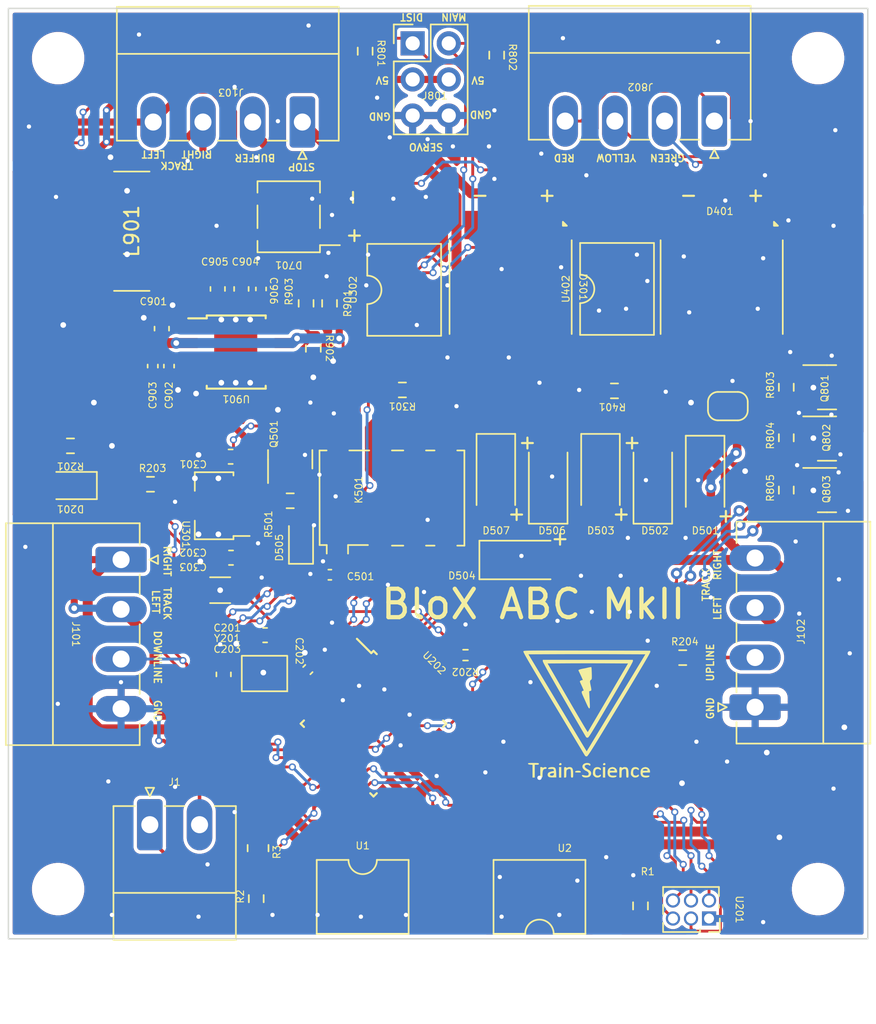
<source format=kicad_pcb>
(kicad_pcb (version 20240108) (generator "pcbnew") (generator_version "8.0")
  (layers (0 "F.Cu" signal) (31 "B.Cu" signal) (34 "B.Paste" user) (35 "F.Paste" user) (36 "B.SilkS" user "B.Silkscreen") (37 "F.SilkS" user "F.Silkscreen") (38 "B.Mask" user) (39 "F.Mask" user) (44 "Edge.Cuts" user))
  (net 0 "")
  (net 1 "GND")
  (net 2 "VCC")
  (net 3 "Net-(U901-BS)")
  (net 4 "Net-(U901-SW)")
  (net 5 "Net-(U901-FB)")
  (net 8 "Net-(D201-A)")
  (net 10 "/CPU/X1")
  (net 11 "+5V")
  (net 12 "/CPU/X2")
  (net 13 "+5VA")
  (net 14 "/CPU/SCK")
  (net 15 "/buffer")
  (net 16 "/ABC/COM")
  (net 17 "/brake")
  (net 18 "/ring_right")
  (net 19 "Net-(D501-A)")
  (net 20 "Net-(D502-A)")
  (net 21 "Net-(D503-A)")
  (net 22 "Net-(D505-A)")
  (net 23 "Net-(D506-A)")
  (net 24 "/ring_left")
  (net 25 "/downline")
  (net 26 "/up+")
  (net 27 "/CPU/main")
  (net 28 "/signals/green_amp")
  (net 29 "/signals/yellow_amp")
  (net 30 "/signals/red_amp")
  (net 35 "Net-(Q501-B)")
  (net 36 "Net-(Q801-B)")
  (net 37 "Net-(Q802-B)")
  (net 38 "Net-(Q803-B)")
  (net 39 "/CPU/reset")
  (net 40 "Net-(R301-Pad2)")
  (net 41 "Net-(R401-Pad2)")
  (net 42 "/ABC/TTL")
  (net 43 "/CPU/green")
  (net 44 "/CPU/yellow")
  (net 45 "/CPU/red")
  (net 46 "/CPU/MOSI")
  (net 47 "/CPU/MISO")
  (net 48 "/CPU/S1")
  (net 49 "/CPU/S2")
  (net 50 "/CPU/dist")
  (net 59 "/CPU/occupied")
  (net 60 "Net-(D301-+)")
  (net 61 "Net-(D401-+)")
  (net 62 "/occupancy/toInput")
  (net 63 "Net-(R2-Pad2)")
  (net 64 "Net-(R3-Pad2)")
  (net 65 "Net-(R1-Pad2)")
  (footprint "custom_kicad_lib_sk:R_0603_smalltext" (layer "F.Cu") (at 94.337 94.163 180)
    (property "Reference" "R501")
    (property "Value" "1k")
  )
  (footprint "Package_DIP:SMDIP-4_W9.53mm" (layer "F.Cu") (at 111.887 122.047 180)
    (property "Reference" "U2")
    (property "Value" "EL817S")
  )
  (footprint "Capacitor_SMD:C_0402_1005Metric" (layer "F.Cu") (at 92.2825 79.25 -90)
    (property "Reference" "C906")
    (property "Value" "100nF")
  )
  (footprint "MountingHole:MountingHole_3.2mm_M3" (layer "F.Cu") (at 78 63)
    (property "Reference" "REF**" (hide yes))
    (property "Value" "MountingHole_3.2mm_M3")
  )
  (footprint "Connector_Phoenix_MC:PhoenixContact_MC_1,5_4-G-3.5_1x04_P3.50mm_Horizontal" (layer "F.Cu") (at 124.195 67.4325 180)
    (property "Reference" "J802")
    (property "Value" "Conn_01x04")
  )
  (footprint "Resistor_SMD:R_0603_1608Metric" (layer "F.Cu") (at 95.4575 80.264 90)
    (property "Reference" "R903")
    (property "Value" "150k")
  )
  (footprint "custom_kicad_lib_sk:R_0603_smalltext" (layer "F.Cu") (at 108.875 62.7895 -90)
    (property "Reference" "R802")
    (property "Value" "10k")
  )
  (footprint "custom_kicad_lib_sk:S2MF_DIODE" (layer "F.Cu") (at 110.817 98.33)
    (property "Reference" "D504")
    (property "Value" "S2MF")
  )
  (footprint "custom_kicad_lib_sk:S2MF_DIODE" (layer "F.Cu") (at 112.5 92.615 90)
    (property "Reference" "D506")
    (property "Value" "S2MF")
  )
  (footprint "Package_TO_SOT_SMD:SOT-89-3" (layer "F.Cu") (at 88.982 94.512 180)
    (property "Reference" "U301")
    (property "Value" "L78L05_SOT89")
  )
  (footprint "custom_kicad_lib_sk:R_0603_smalltext" (layer "F.Cu") (at 129.264 86.172 90)
    (property "Reference" "R803")
    (property "Value" "1k")
  )
  (footprint "Connector_Phoenix_MC:PhoenixContact_MC_1,5_2-G-3.5_1x02_P3.50mm_Horizontal" (layer "F.Cu") (at 84.455 116.967)
    (property "Reference" "J1")
    (property "Value" "Screw_Terminal_01x02")
  )
  (footprint "Package_DIP:SMDIP-4_W9.53mm" (layer "F.Cu") (at 117.348 79.248 90)
    (property "Reference" "U402")
    (property "Value" "EL814")
  )
  (footprint "Capacitor_SMD:C_0603_1608Metric_Pad1.08x0.95mm_HandSolder" (layer "F.Cu") (at 90.1435 91.059 180)
    (property "Reference" "C301")
    (property "Value" "330nF")
  )
  (footprint "Package_TO_SOT_SMD:SOT-23" (layer "F.Cu") (at 132.1285 93.411)
    (property "Reference" "Q803")
    (property "Value" "NPN_TOR")
  )
  (footprint "Capacitor_SMD:C_1206_3216Metric_Pad1.33x1.80mm_HandSolder" (layer "F.Cu") (at 89.408 100.457 180)
    (property "Reference" "C303")
    (property "Value" "100uF")
  )
  (footprint "Capacitor_SMD:C_0603_1608Metric" (layer "F.Cu") (at 92.573 103.623)
    (property "Reference" "C201")
    (property "Value" "12pF")
  )
  (footprint "Resistor_SMD:R_0402_1005Metric_Pad0.72x0.64mm_HandSolder" (layer "F.Cu") (at 106.68 105.029 180)
    (property "Reference" "R202")
    (property "Value" "10k")
  )
  (footprint "Package_QFP:TQFP-32_7x7mm_P0.8mm" (layer "F.Cu") (at 100.203 109.855 -45)
    (property "Reference" "U202")
    (property "Value" "ATmega328-A")
  )
  (footprint "Capacitor_SMD:C_0402_1005Metric" (layer "F.Cu") (at 97.131 99.37 180)
    (property "Reference" "C501")
    (property "Value" "100nF")
  )
  (footprint "Jumper:SolderJumper-2_P1.3mm_Open_RoundedPad1.0x1.5mm" (layer "F.Cu") (at 125.15 87.5)
    (property "Reference" "JP501" (hide yes))
    (property "Value" "SolderJumper_2_Open")
  )
  (footprint "Connector_Phoenix_MC:PhoenixContact_MC_1,5_4-G-3.5_1x04_P3.50mm_Horizontal" (layer "F.Cu") (at 82.4325 98.305 -90)
    (property "Reference" "J101")
    (property "Value" "Screw_Terminal_01x04")
  )
  (footprint "custom_kicad_lib_sk:R_0603_smalltext" (layer "F.Cu") (at 84.5 93)
    (property "Reference" "R203")
    (property "Value" "10k")
  )
  (footprint "LED_SMD:LED_0805_2012Metric_Pad1.15x1.40mm_HandSolder" (layer "F.Cu") (at 78.867 93.091 180)
    (property "Reference" "D201")
    (property "Value" "LED")
  )
  (footprint "Capacitor_SMD:C_0402_1005Metric" (layer "F.Cu") (at 84.6625 84.681 -90)
    (property "Reference" "C903")
    (property "Value" "22nF")
  )
  (footprint "custom_kicad_lib_sk:S2MF_DIODE" (layer "F.Cu") (at 108.817 92.615 -90)
    (property "Reference" "D507")
    (property "Value" "S2MF")
  )
  (footprint "Connector_PinHeader_2.54mm:PinHeader_2x03_P2.54mm_Vertical" (layer "F.Cu") (at 102.96 61.96)
    (property "Reference" "J801")
    (property "Value" "Conn_02x03_Odd_Even")
  )
  (footprint "custom_kicad_lib_sk:R_0603_smalltext" (layer "F.Cu") (at 91.948 122.174 90)
    (property "Reference" "R2")
    (property "Value" "330R")
  )
  (footprint "Capacitor_SMD:C_0603_1608Metric" (layer "F.Cu") (at 89.652 106.385 -90)
    (property "Reference" "C203")
    (property "Value" "12pF")
  )
  (footprint "custom_kicad_lib_sk:R_0603_smalltext" (layer "F.Cu") (at 117.165 86.426 180)
    (property "Reference" "R401")
    (property "Value" "47R")
  )
  (footprint "Resistor_SMD:R_0603_1608Metric" (layer "F.Cu") (at 97.1085 80.264 -90)
    (property "Reference" "R901")
    (property "Value" "220k")
  )
  (footprint "Package_TO_SOT_SMD:SOT-23" (layer "F.Cu") (at 132.1285 86.172)
    (property "Reference" "Q801")
    (property "Value" "NPN_TOR")
  )
  (footprint "Diode_SMD:D_SOD-323" (layer "F.Cu") (at 95.099 96.991 90)
    (property "Reference" "D505")
    (property "Value" "1N4148WS")
  )
  (footprint "Package_SO:TI_SO-PowerPAD-8" (layer "F.Cu") (at 90.537 83.693)
    (property "Reference" "U901")
    (property "Value" "MT2499A")
  )
  (footprint "Capacitor_SMD:C_0402_1005Metric" (layer "F.Cu") (at 85.8055 84.681 -90)
    (property "Reference" "C902")
    (property "Value" "100nF")
  )
  (footprint "custom_kicad_lib_sk:Train-Science logo small" (layer "F.Cu") (at 115.2906 109.2708)
    (property "Reference" "G***" (hide yes))
    (property "Value" "LOGO" (hide yes))
  )
  (footprint "custom_kicad_lib_sk:S2MF_DIODE" (layer "F.Cu") (at 119.866 92.615 90)
    (property "Reference" "D502")
    (property "Value" "S2MF")
  )
  (footprint "Relay_SMD:Relay_DPDT_Omron_G6K-2F-Y" (layer "F.Cu") (at 101.5 93.98 90)
    (property "Reference" "K501")
    (property "Value" "G6K-2F-Y-TR DC5")
  )
  (footprint "Capacitor_SMD:C_0603_1608Metric" (layer "F.Cu") (at 85.2975 82.042 90)
    (property "Reference" "C901")
    (property "Value" "22uF")
  )
  (footprint "Resistor_SMD:R_0603_1608Metric" (layer "F.Cu") (at 95.9655 83.439 -90)
    (property "Reference" "R902")
    (property "Value" "20k")
  )
  (footprint "Connector_Phoenix_MC:PhoenixContact_MC_1,5_4-G-3.5_1x04_P3.50mm_Horizontal" (layer "F.Cu") (at 95.195 67.5 180)
    (property "Reference" "J103")
    (property "Value" "Screw_Terminal_01x04")
  )
  (footprint "Inductor_SMD:L_Bourns-SRN8040_8x8.15mm" (layer "F.Cu") (at 83.185 75.184)
    (property "Reference" "L901")
    (property "Value" "L")
  )
  (footprint "Package_DIP:SMDIP-4_W9.53mm" (layer "F.Cu") (at 99.441 122.047)
    (property "Reference" "U1")
    (property "Value" "EL817S")
  )
  (footprint "custom_kicad_lib_sk:R_0603_smalltext" (layer "F.Cu") (at 118.999 122.682 -90)
    (property "Reference" "R1")
    (property "Value" "330R")
  )
  (footprint "Capacitor_SMD:C_0603_1608Metric_Pad1.08x0.95mm_HandSolder" (layer "F.Cu") (at 90.17 98.171 180)
    (property "Reference" "C302")
    (property "Value" "100nF")
  )
  (footprint "Capacitor_SMD:C_0402_1005Metric" (layer "F.Cu") (at 95.579411 106.045589 45)
    (property "Reference" "C202")
    (property "Value" "100nF")
  )
  (footprint "Connector_PinSocket_1.27mm:PinSocket_2x03_P1.27mm_Vertical" (layer "F.Cu") (at 123.825 123.571 -90)
    (property "Reference" "U201")
    (property "Value" "HEADER_3x2")
  )
  (footprint "custom_kicad_lib_sk:crystal_arduino" (layer "F.Cu") (at 92.48 106.544 180)
    (property "Reference" "Y201")
    (property "Value" "Crystal_GND2")
  )
  (footprint "custom_kicad_lib_sk:DB201S" (layer "F.Cu") (at 124.714 79.121 -90)
    (property "Reference" "D401")
    (property "Value" "D_Bridge_+-AA")
  )
  (footprint "MountingHole:MountingHole_3.2mm_M3" (layer "F.Cu") (at 78 121.5)
    (property "Reference" "REF**" (hide yes))
    (property "Value" "MountingHole_3.2mm_M3")
  )
  (footprint "custom_kicad_lib_sk:R_0603_smalltext" (layer "F.Cu") (at 102.235 86.36 180)
    (property "Reference" "R301")
    (property "Value" "47R")
  )
  (footprint "MountingHole:MountingHole_3.2mm_M3" (layer "F.Cu") (at 131.5 121.5)
    (property "Reference" "REF**" (hide yes))
    (property "Value" "MountingHole_3.2mm_M3")
  )
  (footprint "custom_kicad_lib_sk:R_0603_smalltext" (layer "F.Cu") (at 99.615 62.512 -90)
    (property "Reference" "R801")
    (property "Value" "10k")
  )
  (footprint "Package_TO_SOT_SMD:SOT-23" (layer "F.Cu") (at 94.337 91.242 90)
    (property "Reference" "Q501")
    (property "Value" "NPN_TOR")
  )
  (footprint "Capacitor_SMD:C_0603_1608Metric" (layer "F.Cu") (at 90.9005 79.248 -90)
    (property "Reference" "C904")
    (property "Value" "22uF")
  )
  (footprint "Package_DIP:SMDIP-4_W9.53mm" (layer "F.Cu") (at 102.362 79.314 90)
    (property "Reference" "U302")
    (property "Value" "EL814")
  )
  (footprint "Package_TO_SOT_SMD:SOT-23" (layer "F.Cu") (at 132.1285 89.783)
    (property "Reference" "Q802")
    (property "Value" "NPN_TOR")
  )
  (footprint "custom_kicad_lib_sk:R_0603_smalltext" (layer "F.Cu") (at 129.264 93.411 90)
    (property "Reference" "R805")
    (property "Value" "1k")
  )
  (footprint "Package_TO_SOT_SMD:TO-269AA" (layer "F.Cu") (at 94.234 74.168 180)
    (property "Reference" "D701")
    (property "Value" "MB10S")
  )
  (footprint "custom_kicad_lib_sk:R_0603_smalltext" (layer "F.Cu") (at 129.264 89.728 90)
    (property "Reference" "R804")
    (property "Value" "1k")
  )
  (footprint "custom_kicad_lib_sk:S2MF_DIODE" (layer "F.Cu") (at 123.549 92.742 -90)
    (property "Reference" "D501")
    (property "Value" "S2MF")
  )
  (footprint "custom_kicad_lib_sk:R_0603_smalltext" (layer "F.Cu") (at 121.9708 105.2068)
    (property "Reference" "R204")
    (property "Value" "10k")
  )
  (footprint "custom_kicad_lib_sk:R_0805_handsolder-smalltext" (layer "F.Cu") (at 92.075 118.618 -90)
    (property "Reference" "R3")
    (property "Value" "3k3")
  )
  (footprint "Resistor_SMD:R_0603_1608Metric_Pad0.98x0.95mm_HandSolder" (layer "F.Cu") (at 78.867 90.297 180)
    (property "Reference" "R201")
    (property "Value" "6k2")
  )
  (footprint "Connector_Phoenix_MC:PhoenixContact_MC_1,5_4-G-3.5_1x04_P3.50mm_Horizontal" (layer "F.Cu") (at 127.0675 108.695 90)
    (property "Reference" "J102")
    (property "Value" "Screw_Terminal_01x04")
  )
  (footprint "Capacitor_SMD:C_0603_1608Metric" (layer "F.Cu") (at 89.2345 79.248 -90)
    (property "Reference" "C905")
    (property "Value" "22uF")
  )
  (footprint "custom_kicad_lib_sk:S2MF_DIODE" (layer "F.Cu") (at 116.183 92.615 -90)
    (property "Reference" "D503")
    (property "Value" "S2MF")
  )
  (footprint "custom_kicad_lib_sk:DB201S" (layer "F.Cu") (at 109.855 79.121 -90)
    (property "Reference" "D301")
    (property "Value" "D_Bridge_+-AA")
  )
  (footprint "MountingHole:MountingHole_3.2mm_M3" (layer "F.Cu") (at 131.5 63)
    (property "Reference" "REF**" (hide yes))
    (property "Value" "MountingHole_3.2mm_M3")
  )
  (gr_rect (start 74.5 59.5) (end 135 125) (stroke (width 0.1)) (fill none) (layer "Edge.Cuts"))
  (gr_text "TRACK\nRIGHT   LEFT\n" (at 86.36 69.469 180) (layer "F.SilkS") (effects (font (size 0.5 0.5) (thickness 0.1) (bold yes)) (justify bottom)))
  (gr_text "YELLOW" (at 118.745 69.723 180) (layer "F.SilkS") (effects (font (size 0.5 0.5) (thickness 0.1) (bold yes)) (justify left bottom)))
  (gr_text "DIST" (at 103.759 59.817 180) (layer "F.SilkS") (effects (font (size 0.5 0.5) (thickness 0.1) (bold yes)) (justify left bottom)))
  (gr_text "GREEN" (at 122.174 69.723 180) (layer "F.SilkS") (effects (font (size 0.5 0.5) (thickness 0.1) (bold yes)) (justify left bottom)))
  (gr_text "BloX ABC MkII" (at 100.584 102.616 0) (layer "F.SilkS") (effects (font (size 2 2) (thickness 0.3)) (justify left bottom)))
  (gr_text "GND   UPLINE" (at 124.206 109.601 90) (layer "F.SilkS") (effects (font (size 0.5 0.5) (thickness 0.1) (bold yes)) (justify left bottom)))
  (gr_text "-" (at 121.666 73.2028 0) (layer "F.SilkS") (effects (font (size 1 1)) (justify left bottom)))
  (gr_text "5V" (at 101.346 64.262 180) (layer "F.SilkS") (effects (font (size 0.5 0.5) (thickness 0.1) (bold yes)) (justify left bottom)))
  (gr_text "GND" (at 101.473 66.802 180) (layer "F.SilkS") (effects (font (size 0.5 0.5) (thickness 0.1) (bold yes)) (justify left bottom)))
  (gr_text "-" (at 98.2472 72.0852 -90) (layer "F.SilkS") (effects (font (size 1 1)) (justify left bottom)))
  (gr_text "TRACK\nLEFT   RIGHT\n" (at 124.714 100.076 90) (layer "F.SilkS") (effects (font (size 0.5 0.5) (thickness 0.1) (bold yes)) (justify bottom)))
  (gr_text "RIGHT  TRACK\n       LEFT\n" (at 84.582 99.949 270) (layer "F.SilkS") (effects (font (size 0.5 0.5) (thickness 0.1) (bold yes)) (justify bottom)))
  (gr_text "STOP" (at 96.139 70.358 180) (layer "F.SilkS") (effects (font (size 0.5 0.5) (thickness 0.1) (bold yes)) (justify left bottom)))
  (gr_text "SERVO" (at 105.156 68.961 180) (layer "F.SilkS") (effects (font (size 0.5 0.5) (thickness 0.1) (bold yes)) (justify left bottom)))
  (gr_text "BUFFER" (at 93.345 69.723 180) (layer "F.SilkS") (effects (font (size 0.5 0.5) (thickness 0.1) (bold yes)) (justify left bottom)))
  (gr_text "DOWNLINE   GND" (at 84.709 103.251 270) (layer "F.SilkS") (effects (font (size 0.5 0.5) (thickness 0.1) (bold yes)) (justify left bottom)))
  (gr_text "GND" (at 108.585 66.675 180) (layer "F.SilkS") (effects (font (size 0.5 0.5) (thickness 0.1) (bold yes)) (justify left bottom)))
  (gr_text "MAIN" (at 106.807 59.817 180) (layer "F.SilkS") (effects (font (size 0.5 0.5) (thickness 0.1) (bold yes)) (justify left bottom)))
  (gr_text "+" (at 98.3488 74.7776 -90) (layer "F.SilkS") (effects (font (size 1 1)) (justify left bottom)))
  (gr_text "-" (at 106.9848 73.2028 0) (layer "F.SilkS") (effects (font (size 1 1)) (justify left bottom)))
  (gr_text "+" (at 111.7092 73.2028 0) (layer "F.SilkS") (effects (font (size 1 1)) (justify left bottom)))
  (gr_text "5V" (at 108.077 64.262 180) (layer "F.SilkS") (effects (font (size 0.5 0.5) (thickness 0.1) (bold yes)) (justify left bottom)))
  (gr_text "RED" (at 114.427 69.723 180) (layer "F.SilkS") (effects (font (size 0.5 0.5) (thickness 0.1) (bold yes)) (justify left bottom)))
  (gr_text "+" (at 126.3904 73.2028 0) (layer "F.SilkS") (effects (font (size 1 1)) (justify left bottom)))
  (segment (start 86.0595 80.391) (end 88.8665 80.391) (width 0.4) (layer "F.Cu") (net 1))
  (segment (start 89.652 105.61) (end 89.652 105.115) (width 0.25) (layer "F.Cu") (net 1))
  (segment (start 90.1235 79.82) (end 92.2825 79.82) (width 1) (layer "F.Cu") (net 1))
  (segment (start 91.5205 85.852) (end 91.5205 81.407) (width 1) (layer "F.Cu") (net 1))
  (segment (start 89.4885 80.277) (end 89.2345 80.023) (width 1) (layer "F.Cu") (net 1))
  (segment (start 89.4885 80.9244) (end 89.4885 80.277) (width 1) (layer "F.Cu") (net 1))
  (segment (start 91.195 104.226) (end 91.798 103.623) (width 0.2) (layer "F.Cu") (net 1))
  (segment (start 86.0595 80.391) (end 88.9551 80.391) (width 0.8) (layer "F.Cu") (net 1))
  (segment (start 89.652 105.61) (end 91.194 105.61) (width 0.25) (layer "F.Cu") (net 1))
  (segment (start 92.314 106.258) (end 91.43 105.374) (width 0.25) (layer "F.Cu") (net 1))
  (segment (start 89.2345 80.023) (end 89.4375 79.82) (width 1) (layer "F.Cu") (net 1))
  (segment (start 91.798 103.623) (end 91.798 105.006) (width 0.25) (layer "F.Cu") (net 1))
  (segment (start 96.914953 107.132639) (end 95.918822 106.136508) (width 0.2) (layer "F.Cu") (net 1))
  (segment (start 90.5045 81.407) (end 90.5045 80.419) (width 1) (layer "F.Cu") (net 1))
  (segment (start 86.0595 80.391) (end 86.0595 80.505) (width 0.8) (layer "F.Cu") (net 1))
  (segment (start 89.4375 79.82) (end 90.1235 79.82) (width 1) (layer "F.Cu") (net 1))
  (segment (start 95.9905 85.446) (end 95.9905 84.264) (width 1) (layer "F.Cu") (net 1))
  (segment (start 90.541 104.226) (end 90.541 104.485) (width 0.2) (layer "F.Cu") (net 1))
  (segment (start 92.2825 79.82) (end 91.5205 80.582) (width 1) (layer "F.Cu") (net 1))
  (segment (start 93.33 107.274) (end 92.446 106.39) (width 0.25) (layer "F.Cu") (net 1))
  (segment (start 97.2985 84.264) (end 97.3625 84.328) (width 0.7) (layer "F.Cu") (net 1))
  (segment (start 90.541 104.485) (end 91.43 105.374) (width 0.2) (layer "F.Cu") (net 1))
  (segment (start 84.0275 81.28) (end 85.2845 81.28) (width 0.7) (layer "F.Cu") (net 1))
  (segment (start 91.5205 80.582) (end 91.5205 81.407) (width 1) (layer "F.Cu") (net 1))
  (segment (start 95.9655 85.471) (end 95.9905 85.446) (width 1) (layer "F.Cu") (net 1))
  (segment (start 89.4885 85.852) (end 89.4885 81.407) (width 1) (layer "F.Cu") (net 1))
  (segment (start 96.651 99.37) (end 96.651 98.429) (width 0.2) (layer "F.Cu") (net 1))
  (segment (start 90.5045 80.419) (end 90.9005 80.023) (width 1) (layer "F.Cu") (net 1))
  (segment (start 92.446 106.258) (end 92.314 106.258) (width 0.25) (layer "F.Cu") (net 1))
  (segment (start 92.446 106.39) (end 92.446 106.258) (width 0.25) (layer "F.Cu") (net 1))
  (segment (start 89.4885 81.407) (end 89.4885 80.9244) (width 1) (layer "F.Cu") (net 1))
  (segment (start 89.2345 85.598) (end 89.4885 85.852) (width 1) (layer "F.Cu") (net 1))
  (segment (start 95.9655 84.264) (end 97.2985 84.264) (width 0.7) (layer "F.Cu") (net 1))
  (segment (start 96.651 98.429) (end 96.647 98.425) (width 0.2) (layer "F.Cu") (net 1))
  (segment (start 90.541 104.226) (end 91.195 104.226) (width 0.2) (layer "F.Cu") (net 1))
  (segment (start 89.652 105.115) (end 90.541 104.226) (width 0.25) (layer "F.Cu") (net 1))
  (segment (start 87.757 85.598) (end 89.2345 85.598) (width 1) (layer "F.Cu") (net 1))
  (segment (start 90.5045 81.407) (end 90.5045 85.852) (width 1) (layer "F.Cu") (net 1))
  (segment (start 95.918822 106.136508) (end 95.918822 105.706178) (width 0.2) (layer "F.Cu") (net 1))
  (segment (start 86.0595 80.505) (end 85.2975 81.267) (width 0.8) (layer "F.Cu") (net 1))
  (segment (start 88.8665 80.391) (end 89.2345 80.023) (width 0.4) (layer "F.Cu") (net 1))
  (segment (start 88.9551 80.391) (end 89.4885 80.9244) (width 0.8) (layer "F.Cu") (net 1))
  (via (at 115.57 101.981) (size 0.5) (drill 0.3) (layers "F.Cu" "B.Cu") (net 1))
  (via (at 100.457 65.786) (size 0.5) (drill 0.3) (layers "F.Cu" "B.Cu") (net 1))
  (via (at 78.359 81.788) (size 0.8) (drill 0.4) (layers "F.Cu" "B.Cu") (net 1))
  (via (at 118.11 96.774) (size 0.5) (drill 0.3) (layers "F.Cu" "B.Cu") (net 1))
  (via (at 100.965 107.442) (size 0.5) (drill 0.3) (layers "F.Cu" "B.Cu") (net 1))
  (via (at 127.635 77.089) (size 0.5) (drill 0.3) (layers "F.Cu" "B.Cu") (net 1))
  (via (at 103.251 81.788) (size 0.5) (drill 0.3) (layers "F.Cu" "B.Cu") (net 1))
  (via (at 110.617 98.044) (size 0.5) (drill 0.3) (layers "F.Cu" "B.Cu") (net 1))
  (via (at 120.777 86.487) (size 0.5) (drill 0.3) (layers "F.Cu" "B.Cu") (net 1))
  (via (at 90.5045 85.852) (size 0.8) (drill 0.4) (layers "F.Cu" "B.Cu") (net 1))
  (via (at 98.679 72.898) (size 0.5) (drill 0.3) (layers "F.Cu" "B.Cu") (net 1))
  (via (at 86.233 94.234) (size 0.5) (drill 0.3) (layers "F.Cu" "B.Cu") (net 1))
  (via (at 114.554 120.904) (size 0.5) (drill 0.3) (layers "F.Cu" "B.Cu") (net 1))
  (via (at 81.534 113.919) (size 0.5) (drill 0.3) (layers "F.Cu" "B.Cu") (net 1))
  (via (at 122.428 80.899) (size 0.5) (drill 0.3) (layers "F.Cu" "B.Cu") (net 1))
  (via (at 102.489 123.317) (size 0.5) (drill 0.3) (layers "F.Cu" "B.Cu") (net 1))
  (via (at 105.791 69.215) (size 0.5) (drill 0.3) (layers "F.Cu" "B.Cu") (net 1))
  (via (at 84.0275 81.28) (size 0.8) (drill 0.4) (layers "F.Cu" "B.Cu") (net 1))
  (via (at 95.885 72.898) (size 0.5) (drill 0.3) (layers "F.Cu" "B.Cu") (net 1))
  (via (at 111.887 113.665) (size 0.5) (drill 0.3) (layers "F.Cu" "B.Cu") (net 1))
  (via (at 95.758 99.314) (size 0.5) (drill 0.3) (layers "F.Cu" "B.Cu") (net 1))
  (via (at 95.631 60.706) (size 0.5) (drill 0.3) (layers "F.Cu" "B.Cu") (net 1))
  (via (at 82.8548 72.3392) (size 0.8) (drill 0.4) (layers "F.Cu" "B.Cu") (net 1))
  (via (at 122.936 111.125) (size 0.5) (drill 0.3) (layers "F.Cu" "B.Cu") (net 1))
  (via (at 105.41 84.074) (size 0.5) (drill 0.3) (layers "F.Cu" "B.Cu") (net 1))
  (via (at 102.108 111.379) (size 0.5) (drill 0.3) (layers "F.Cu" "B.Cu") (net 1))
  (via (at 129.54 83.693) (size 0.5) (drill 0.3) (layers "F.Cu" "B.Cu") (net 1))
  (via (at 91.948 69.977) (size 0.5) (drill 0.3) (layers "F.Cu" "B.Cu") (net 1))
  (via (at 108.712 66.675) (size 0.5) (drill 0.3) (layers "F.Cu" "B.Cu") (net 1))
  (via (at 120.142 107.188) (size 0.5) (drill 0.3) (layers "F.Cu" "B.Cu") (net 1))
  (via (at 132.588 114.427) (size 0.5) (drill 0.3) (layers "F.Cu" "B.Cu") (net 1))
  (via (at 119.38 92.71) (size 0.5) (drill 0.3) (layers "F.Cu" "B.Cu") (net 1))
  (via (at 113.411 77.724) (size 0.5) (drill 0.3) (layers "F.Cu" "B.Cu") (net 1))
  (via (at 97.282 74.041) (size 0.5) (drill 0.3) (layers "F.Cu" "B.Cu") (net 1))
  (via (at 93.472 67.437) (size 0.5) (drill 0.3) (layers "F.Cu" "B.Cu") (net 1))
  (via (at 91.5205 81.407) (size 0.8) (drill 0.4) (layers "F.Cu" "B.Cu") (net 1))
  (via (at 105.41 78.994) (size 0.5) (drill 0.3) (layers "F.Cu" "B.Cu") (net 1))
  (via (at 113.538 61.595) (size 0.5) (drill 0.3) (layers "F.Cu" "B.Cu") (net 1))
  (via (at 132.947 92.1645) (size 0.5) (drill 0.3) (layers "F.Cu" "B.Cu") (net 1))
  (via (at 109.093 120.65) (size 0.5) (drill 0.3) (layers "F.Cu" "B.Cu") (net 1))
  (via (at 99.187 107.188) (size 0.5) (drill 0.3) (layers "F.Cu" "B.Cu") (net 1))
  (via (at 121.92 114.046) (size 0.8) (drill 0.4) (layers "F.Cu" "B.Cu") (net 1))
  (via (at 111.252 106.934) (size 0.5) (drill 0.3) (layers "F.Cu" "B.Cu") (net 1))
  (via (at 96.393 92.329) (size 0.5) (drill 0.3) (layers "F.Cu" "B.Cu") (net 1))
  (via (at 115.189 71.247) (size 0.5) (drill 0.3) (layers "F.Cu" "B.Cu") (net 1))
  (via (at 133.604 94.869) (size 0.5) (drill 0.3) (layers "F.Cu" "B.Cu") (net 1))
  (via (at 89.4885 85.852) (size 0.8) (drill 0.4) (layers "F.Cu" "B.Cu") (net 1))
  (via (at 83.693 61.341) (size 0.5) (drill 0.3) (layers "F.Cu" "B.Cu") (net 1))
  (via (at 87.884 96.52) (size 0.8) (drill 0.4) (layers "F.Cu" "B.Cu") (net 1))
  (via (at 132.439 88.1005) (size 0.5) (drill 0.3) (layers "F.Cu" "B.Cu") (net 1))
  (via (at 96.901 78.359) (size 0.5) (drill 0.3) (layers "F.Cu" "B.Cu") (net 1))
  (via (at 86.233 114.3) (size 0.5) (drill 0.3) (layers "F.Cu" "B.Cu") (net 1))
  (via (at 131.169 86.1955) (size 0.8) (drill 0.4) (layers "F.Cu" "B.Cu") (net 1))
  (via (at 101.6 72.898) (size 0.5) (drill 0.3) (layers "F.Cu" "B.Cu") (net 1))
  (via (at 77.851 72.771) (size 0.5) (drill 0.3) (layers "F.Cu" "B.Cu") (net 1))
  (via (at 90.424 65.024) (size 0.5) (drill 0.3) (layers "F.Cu" "B.Cu") (net 1))
  (via (at 130.175 102.108) (size 0.5) (drill 0.3) (layers "F.Cu" "B.Cu") (net 1))
  (via (at 82.8548 76.8096) (size 0.8) (drill 0.4) (layers "F.Cu" "B.Cu") (net 1))
  (via (at 129.413 74.422) (size 0.5) (drill 0.3) (layers "F.Cu" "B.Cu") (net 1))
  (via (at 90.5045 81.407) (size 0.8) (drill 0.4) (layers "F.Cu" "B.Cu") (net 1))
  (via (at 90.424 116.078) (size 0.5) (drill 0.3) (layers "F.Cu" "B.Cu") (net 1))
  (via (at 89.281 96.52) (size 0.8) (drill 0.4) (layers "F.Cu" "B.Cu") (net 1))
  (via (at 89.408 104.267) (size 0.5) (drill 0.3) (layers "F.Cu" "B.Cu") (net 1))
  (via (at 131.169 93.4345) (size 0.8) (drill 0.4) (layers "F.Cu" "B.Cu") (net 1))
  (via (at 89.4885 81.407) (size 0.8) (drill 0.4) (layers "F.Cu" "B.Cu") (net 1))
  (via (at 116.078 80.772) (size 0.5) (drill 0.3) (layers "F.Cu" "B.Cu") (net 1))
  (via (at 108.331 69.215) (size 0.5) (drill 0.3) (layers "F.Cu" "B.Cu") (net 1))
  (via (at 101.346 68.58) (size 0.5) (drill 0.3) (layers "F.Cu" "B.Cu") (net 1))
  (via (at 104.013 68.707) (size 0.5) (drill 0.3) (layers "F.Cu" "B.Cu") (net 1))
  (via (at 75.692 97.409) (size 0.5) (drill 0.3) (layers "F.Cu" "B.Cu") (net 1))
  (via (at 132.588 74.803) (size 0.5) (drill 0.3) (layers "F.Cu" "B.Cu") (net 1))
  (via (at 133.074 90.8945) (size 0.5) (drill 0.3) (layers "F.Cu" "B.Cu") (net 1))
  (via (at 87.63 92.583) (size 0.8) (drill 0.4) (layers "F.Cu" "B.Cu") (net 1))
  (via (at 89.281 92.583) (size 0.8) (drill 0.4) (layers "F.Cu" "B.Cu") (net 1))
  (via (at 102.743 109.22) (size 0.5) (drill 0.3) (layers "F.Cu" "B.Cu") (net 1))
  (via (at 124.968 73.025) (size 0.5) (drill 0.3) (layers "F.Cu" "B.Cu") (net 1))
  (via (at 95.9655 85.471) (size 0.8) (drill 0.4) (layers "F.Cu" "B.Cu") (net 1))
  (via (at 128.778 117.856) (size 0.8) (drill 0.4) (layers "F.Cu" "B.Cu") (net 1))
  (via (at 103.759 100.584) (size 0.5) (drill 0.3) (layers "F.Cu" "B.Cu") (net 1))
  (via (at 111.887 85.852) (size 0.5) (drill 0.3) (layers "F.Cu" "B.Cu") (net 1))
  (via (at 117.602 99.441) (size 0.5) (drill 0.3) (layers "F.Cu" "B.Cu") (net 1))
  (via (at 101.219 100.076) (size 0.5) (drill 0.3) (layers "F.Cu" "B.Cu") (net 1))
  (via (at 127.254 80.645) (size 0.5) (drill 0.3) (layers "F.Cu" "B.Cu") (net 1))
  (via (at 95.377 90.932) (size 0.5) (drill 0.3) (layers "F.Cu" "B.Cu") (net 1))
  (via (at 103.886 72.771) (size 0.5) (drill 0.3) (layers "F.Cu" "B.Cu") (net 1))
  (via (at 109.22 123.444) (size 0.5) (drill 0.3) (layers "F.Cu" "B.Cu") (net 1))
  (via (at 123.063 92.71) (size 0.5) (drill 0.3) (layers "F.Cu" "B.Cu") (net 1))
  (via (at 97.028 76.708) (size 0.5) (drill 0.3) (layers "F.Cu" "B.Cu") (net 1))
  (via (at 127.889 111.887) (size 0.8) (drill 0.4) (layers "F.Cu" "B.Cu") (net 1))
  (via (at 88.519 119.761) (size 0.5) (drill 0.3) (layers "F.Cu" "B.Cu") (net 1))
  (via (at 109.728 84.074) (size 0.5) (drill 0.3) (layers "F.Cu" "B.Cu") (net 1))
  (via (at 80.518 87.249) (size 0.8) (drill 0.4) (layers "F.Cu" "B.Cu") (net 1))
  (via (at 126.365 92.075) (size 0.8) (drill 0.4) (layers "F.Cu" "B.Cu") (net 1))
  (via (at 86.4405 86.36) (size 0.8) (drill 0.4) (layers "F.Cu" "B.Cu") (net 1))
  (via (at 97.536 93.853) (size 0.5) (drill 0.3) (layers "F.Cu" "B.Cu") (net 1))
  (via (at 93.091 123.317) (size 0.5) (drill 0.3) (layers "F.Cu" "B.Cu") (net 1))
  (via (at 81.6864 69.977) (size 0.8) (drill 0.4) (layers "F.Cu" "B.Cu") (net 1))
  (via (at 92.075 97.155) (size 0.5) (drill 0.3) (layers "F.Cu" "B.Cu") (net 1))
  (via (at 114.681 86.36) (size 0.5) (drill 0.3) (layers "F.Cu" "B.Cu") (net 1))
  (via (at 130.153 87.9735) (size 0.5) (drill 0.3) (layers "F.Cu" "B.Cu") (net 1))
  (via (at 117.983 80.645) (size 0.5) (drill 0.3) (layers "F.Cu" "B.Cu") (net 1))
  (via (at 86.0595 80.391) (size 0.8) (drill 0.4) (layers "F.Cu" "B.Cu") (net 1))
  (via (at 122.047 76.962) (size 0.5) (drill 0.3) (layers "F.Cu" "B.Cu") (net 1))
  (via (at 125.095 112.522) (size 0.5) (drill 0.3) (layers "F.Cu" "B.Cu") (net 1))
  (via (at 75.946 67.818) (size 0.5) (drill 0.3) (layers "F.Cu" "B.Cu") (net 1))
  (via (at 127.635 123.825) (size 0.5) (drill 0.3) (layers "F.Cu" "B.Cu") (net 1))
  (via (at 132.461 83.947) (size 0.5) (drill 0.3) (layers "F.Cu" "B.Cu") (net 1))
  (via (at 109.22 77.851) (size 0.5) (drill 0.3) (layers "F.Cu" "B.Cu") (net 1))
  (via (at 129.921 97.028) (size 0.5) (drill 0.3) (layers "F.Cu" "B.Cu") (net 1))
  (via (at 118.491 120.523) (size 0.5) (drill 0.3) (layers "F.Cu" "B.Cu") (net 1))
  (via (at 124.46 61.849) (size 0.5) (drill 0.3) (layers "F.Cu" "B.Cu") (net 1))
  (via (at 116.586 119.253) (size 0.5) (drill 0.3) (layers "F.Cu" "B.Cu") (net 1))
  (via (at 96.266 123.317) (size 0.5) (drill 0.3) (layers "F.Cu" "B.Cu") (net 1))
  (via (at 87.122 70.231) (size 0.5) (drill 0.3) (layers "F.Cu" "B.Cu") (net 1))
  (via (at 104.648 113.538) (size 0.5) (drill 0.3) (layers "F.Cu" "B.Cu") (net 1))
  (via (at 95.758 87.249) (size 0.5) (drill 0.3) (layers "F.Cu" "B.Cu") (net 1))
  (via (at 95.367 104.861) (size 0.8) (drill 0.4) (layers "F.Cu" "B.Cu") (net 1))
  (via (at 109.347 111.125) (size 0.5) (drill 0.3) (layers "F.Cu" "B.Cu") (net 1))
  (via (at 87.7105 86.614) (size 0.8) (drill 0.4) (layers "F.Cu" "B.Cu") (net 1))
  (via (at 123.952 100.965) (size 0.5) (drill 0.3) (layers "F.Cu" "B.Cu") (net 1))
  (via (at 132.969 99.695) (size 0.5) (drill 0.3) (layers "F.Cu" "B.Cu") (net 1))
  (via (at 112.014 69.723) (size 0.5) (drill 0.3) (layers "F.Cu" "B.Cu") (net 1))
  (via (at 114.808 99.441) (size 0.5) (drill 0.3) (layers "F.Cu" "B.Cu") (net 1))
  (via (at 126.746 67.437) (size 0.5) (drill 0.3) (layers "F.Cu" "B.Cu") (net 1))
  (via (at 97.409 88.011) (size 0.5) (drill 0.3) (layers "F.Cu" "B.Cu") (net 1))
  (via (at 106.045 87.503) (size 0.5) (drill 0.3) (layers "F.Cu" "B.Cu") (net 1))
  (via (at 81.788 90.297) (size 0.8) (drill 0.4) (layers "F.Cu" "B.Cu") (net 1))
  (via (at 106.68 102.87) (size 0.5) (drill 0.3) (layers "F.Cu" "B.Cu") (net 1))
  (via (at 89.408 100.457) (size 0.8) (drill 0.4) (layers "F.Cu" "B.Cu") (net 1))
  (via (at 97.3625 84.328) (size 0.8) (drill 0.4) (layers "F.Cu" "B.Cu") (net 1))
  (via (at 127.762 71.247) (size 0.5) (drill 0.3) (layers "F.Cu" "B.Cu") (net 1))
  (via (at 132.715 68.072) (size 0.5) (drill 0.3) (layers "F.Cu" "B.Cu") (net 1))
  (via (at 92.446 106.258) (size 0.8) (drill 0.4) (layers "F.Cu" "B.Cu") (net 1))
  (via (at 119.507 104.013) (size 0.5) (drill 0.3) (layers "F.Cu" "B.Cu") (net 1))
  (via (at 96.647 98.425) (size 0.5) (drill 0.3) (layers "F.Cu" "B.Cu") (net 1))
  (via (at 119.4816 78.6892) (size 0.5) (drill 0.3) (layers "F.Cu" "B.Cu") (net 1))
  (via (at 133.731 104.902) (size 0.5) (drill 0.3) (layers "F.Cu" "B.Cu") (net 1))
  (via (at 82.423 106.934) (size 0.5) (drill 0.3) (layers "F.Cu" "B.Cu") (net 1))
  (via (at 96.774 104.648) (size 0.5) (drill 0.3) (layers "F.Cu" "B.Cu") (net 1))
  (via (at 130.026 91.6565) (size 0.5) (drill 0.3) (layers "F.Cu" "B.Cu") (net 1))
  (via (at 98.044 108.204) (size 0.5) (drill 0.3) (layers "F.Cu" "B.Cu") (net 1))
  (via (at 77.978 108.458) (size 0.5) (drill 0.3) (layers "F.Cu" "B.Cu") (net 1))
  (via (at 113.157 102.616) (size 0.5) (drill 0.3) (layers "F.Cu" "B.Cu") (net 1))
  (via (at 122.555 87.249) (size 0.8) (drill 0.4) (layers "F.Cu" "B.Cu") (net 1))
  (via (at 125.476 85.725) (size 0.5) (drill 0.3) (layers "F.Cu" "B.Cu") (net 1))
  (via (at 118.745 76.835) (size 0.5) (drill 0.3) (layers "F.Cu" "B.Cu") (net 1))
  (via (at 91.5205 85.852) (size 0.8) (drill 0.4) (layers "F.Cu" "B.Cu") (net 1))
  (via (at 108.077 113.284) (size 0.5) (drill 0.3) (layers "F.Cu" "B.Cu") (net 1))
  (via (at 99.695 78.994) (size 0.5) (drill 0.3) (layers "F.Cu" "B.Cu") (net 1))
  (via (at 97.282 102.743) (size 0.5) (drill 0.3) (layers "F.Cu" "B.Cu") (net 1))
  (via (at 92.329 99.568) (size 0.5) (drill 0.3) (layers "F.Cu" "B.Cu") (net 1))
  (via (at 88.011 98.425) (size 0.8) (drill 0.4) (layers "F.Cu" "B.Cu") (net 1))
  (via (at 121.539 70.485) (size 0.5) (drill 0.3) (layers "F.Cu" "B.Cu") (net 1))
  (via (at 81.788 123.317) (size 0.5) (drill 0.3) (layers "F.Cu" "B.Cu") (net 1))
  (via (at 122.174 96.774) (size 0.5) (drill 0.3) (layers "F.Cu" "B.Cu") (net 1))
  (via (at 87.884 123.444) (size 0.5) (drill 0.3) (layers "F.Cu" "B.Cu") (net 1))
  (via (at 112.776 92.456) (size 0.5) (drill 0.3) (layers "F.Cu" "B.Cu") (net 1))
  (via (at 118.237 101.981) (size 0.5) (drill 0.3) (layers "F.Cu" "B.Cu") (net 1))
  (via (at 96.012 95.885) (size 0.5) (drill 0.3) (layers "F.Cu" "B.Cu") (net 1))
  (via (at 99.822 76.835) (size 0.5) (drill 0.3) (layers "F.Cu" "B.Cu") (net 1))
  (via (at 133.35 110.109) (size 0.8) (drill 0.4) (layers "F.Cu" "B.Cu") (net 1))
  (via (at 89.154 74.803) (size 0.5) (drill 0.3) (layers "F.Cu" "B.Cu") (net 1))
  (via (at 131.169 89.7515) (size 0.8) (drill 0.4) (layers "F.Cu" "B.Cu") (net 1))
  (via (at 99.314 123.444) (size 0.5) (drill 0.3) (layers "F.Cu" "B.Cu") (net 1))
  (via (at 108.712 71.501) (size 0.5) (drill 0.3) (layers "F.Cu" "B.Cu") (net 1))
  (via (at 104.013 95.504) (size 0.5) (drill 0.3) (layers "F.Cu" "B.Cu") (net 1))
  (via (at 87.884 90.932) (size 0.8) (drill 0.4) (layers "F.Cu" "B.Cu") (net 1))
  (via (at 92.075 77.089) (size 0.5) (drill 0.3) (layers "F.Cu" "B.Cu") (net 1))
  (via (at 113.284 123.317) (size 0.5) (drill 0.3) (layers "F.Cu" "B.Cu") (net 1))
  (via (at 93.472 87.757) (size 0.8) (drill 0.4) (layers "F.Cu" "B.Cu") (net 1))
  (via (at 90.541 104.226) (size 0.8) (drill 0.4) (layers "F.Cu" "B.Cu") (net 1))
  (segment (start 87.757 83.058) (end 86.3135 83.058) (width 0.7) (layer "F.Cu") (net 2))
  (segment (start 123.1175 65.3325) (end 124.195 66.41) (width 0.2) (layer "F.Cu") (net 2))
  (segment (start 97.79 82.042) (end 98.3785 81.4535) (width 0.5) (layer "F.Cu") (net 2))
  (segment (start 86.3135 83.058) (end 85.5385 83.058) (width 0.7) (layer "F.Cu") (net 2))
  (segment (start 113.03 70.866) (end 115.951 67.945) (width 0.2) (layer "F.Cu") (net 2))
  (segment (start 90.343202 90.396202) (end 91.006 91.059) (width 0.2) (layer "F.Cu") (net 2))
  (segment (start 100.934314 71.812686) (end 103.574314 71.812686) (width 0.2) (layer "F.Cu") (net 2))
  (segment (start 98.3785 81.4535) (end 98.3785 76.5075) (width 0.5) (layer "F.Cu") (net 2))
  (segment (start 98.0625 85.9605) (end 95.123 88.9) (width 0.2) (layer "F.Cu") (net 2))
  (segment (start 95.123 88.9) (end 91.567 88.9) (width 0.2) (layer "F.Cu") (net 2))
  (segment (start 98.0625 83.00645) (end 98.0625 85.9605) (width 0.2) (layer "F.Cu") (net 2))
  (segment (start 97.309 75.438) (end 100.934314 71.812686) (width 0.2) (layer "F.Cu") (net 2))
  (segment (start 85.5385 83.058) (end 85.2975 82.817) (width 0.7) (layer "F.Cu") (net 2))
  (segment (start 94.82095 82.73395) (end 94.4969 83.058) (width 0.7) (layer "F.Cu") (net 2))
  (segment (start 97.79 82.73395) (end 98.0625 83.00645) (width 0.2) (layer "F.Cu") (net 2))
  (segment (start 107.738 70.866) (end 113.03 70.866) (width 0.2) (layer "F.Cu") (net 2))
  (segment (start 94.4969 83.058) (end 93.317 83.058) (width 0.7) (layer "F.Cu") (net 2))
  (segment (start 116.697944 65.3325) (end 123.1175 65.3325) (width 0.2) (layer "F.Cu") (net 2))
  (segment (start 115.951 67.945) (end 115.951 66.079444) (width 0.2) (layer "F.Cu") (net 2))
  (segment (start 90.343202 89.869798) (end 90.343202 90.396202) (width 0.2) (layer "F.Cu") (net 2))
  (segment (start 97.79 82.73395) (end 97.79 82.042) (width 0.5) (layer "F.Cu") (net 2))
  (segment (start 90.932 93.012) (end 90.932 91.133) (width 0.5) (layer "F.Cu") (net 2))
  (segment (start 115.951 66.079444) (end 116.697944 65.3325) (width 0.2) (layer "F.Cu") (net 2))
  (segment (start 98.3785 76.5075) (end 97.309 75.438) (width 0.5) (layer "F.Cu") (net 2))
  (via (at 90.343202 89.869798) (size 0.5) (drill 0.3) (layers "F.Cu" "B.Cu") (net 2))
  (via (at 94.82095 82.73395) (size 0.8) (drill 0.4) (layers "F.Cu" "B.Cu") (net 2))
  (via (at 97.79 82.73395) (size 0.8) (drill 0.4) (layers "F.Cu" "B.Cu") (net 2))
  (via (at 107.738 70.866) (size 0.5) (drill 0.3) (layers "F.Cu" "B.Cu") (net 2))
  (via (at 103.574314 71.812686) (size 0.5) (drill 0.3) (layers "F.Cu" "B.Cu") (net 2))
  (via (at 91.567 88.9) (size 0.5) (drill 0.3) (layers "F.Cu" "B.Cu") (net 2))
  (via (at 86.3135 83.058) (size 0.8) (drill 0.4) (layers "F.Cu" "B.Cu") (net 2))
  (segment (start 107.188 70.316) (end 107.738 70.866) (width 0.2) (layer "B.Cu") (net 2))
  (segment (start 86.3135 83.058) (end 94.4969 83.058) (width 0.7) (layer "B.Cu") (net 2))
  (segment (start 97.79 82.73395) (end 94.82095 82.73395) (width 0.7) (layer "B.Cu") (net 2))
  (segment (start 91.567 88.9) (end 91.313 88.9) (width 0.2) (layer "B.Cu") (net 2))
  (segment (start 94.4969 83.058) (end 94.82095 82.73395) (width 0.7) (layer "B.Cu") (net 2))
  (segment (start 91.313 88.9) (end 90.343202 89.869798) (width 0.2) (layer "B.Cu") (net 2))
  (segment (start 105.071 70.316) (end 107.188 70.316) (width 0.2) (layer "B.Cu") (net 2))
  (segment (start 103.574314 71.812686) (end 105.071 70.316) (width 0.2) (layer "B.Cu") (net 2))
  (segment (start 84.4975 84.036) (end 84.4975 82.364183) (width 0.25) (layer "F.Cu") (net 3))
  (segment (start 86.4405 81.788) (end 86.1865 82.042) (width 0.25) (layer "F.Cu") (net 3))
  (segment (start 84.6625 84.201) (end 85.8055 84.201) (width 0.25) (layer "F.Cu") (net 3))
  (segment (start 84.6625 84.201) (end 84.4975 84.036) (width 0.25) (layer "F.Cu") (net 3))
  (segment (start 84.819683 82.042) (end 86.1865 82.042) (width 0.25) (layer "F.Cu") (net 3))
  (segment (start 84.4975 82.364183) (end 84.819683 82.042) (width 0.25) (layer "F.Cu") (net 3))
  (segment (start 87.757 81.788) (end 86.4405 81.788) (width 0.25) (layer "F.Cu") (net 3))
  (segment (start 87.757 84.328) (end 86.964307 84.328) (width 0.7) (layer "F.Cu") (net 4))
  (segment (start 85.8055 85.161) (end 84.6625 85.161) (width 0.7) (layer "F.Cu") (net 4))
  (segment (start 86.131307 85.161) (end 85.8055 85.161) (width 0.7) (layer "F.Cu") (net 4))
  (segment (start 84.6625 85.161) (end 83.947 85.161) (width 0.7) (layer "F.Cu") (net 4))
  (segment (start 83.947 85.161) (end 81.1175 82.3315) (width 0.7) (layer "F.Cu") (net 4))
  (segment (start 80.385 75.184) (end 80.385 81.599) (width 0.6) (layer "F.Cu") (net 4))
  (segment (start 86.964307 84.328) (end 86.131307 85.161) (width 0.7) (layer "F.Cu") (net 4))
  (segment (start 80.385 81.599) (end 81.1175 82.3315) (width 0.6) (layer "F.Cu") (net 4))
  (segment (start 95.9655 82.614) (end 95.1655 83.414) (width 0.25) (layer "F.Cu") (net 5))
  (segment (start 95.1655 84.366) (end 93.9335 85.598) (width 0.25) (layer "F.Cu") (net 5))
  (segment (start 95.4575 81.089) (end 95.4575 82.106) (width 0.25) (layer "F.Cu") (net 5))
  (segment (start 95.4575 81.089) (end 97.1085 81.089) (width 0.25) (layer "F.Cu") (net 5))
  (segment (start 95.4575 82.106) (end 95.9655 82.614) (width 0.25) (layer "F.Cu") (net 5))
  (segment (start 95.1655 83.414) (end 95.1655 84.366) (width 0.25) (layer "F.Cu") (net 5))
  (segment (start 77.842 93.091) (end 77.842 90.6735) (width 0.2) (layer "F.Cu") (net 8))
  (segment (start 93.348 103.623) (end 93.348 105.092) (width 0.25) (layer "F.Cu") (net 10))
  (segment (start 95.068603 107.54903) (end 95.068603 107.069203) (width 0.25) (layer "F.Cu") (net 10))
  (segment (start 95.783583 108.26401) (end 95.068603 107.54903) (width 0.25) (layer "F.Cu") (net 10))
  (segment (start 95.068603 107.069203) (end 93.63 105.6306) (width 0.25) (layer "F.Cu") (net 10))
  (segment (start 83.566 63.119) (end 99.154 63.119) (width 0.2) (layer "F.Cu") (net 11))
  (segment (start 97.536 108.966) (end 98.425 108.966) (width 0.2) (layer "F.Cu") (net 11))
  (segment (start 96.349268 107.494268) (end 95.24 106.385) (width 0.25) (layer "F.Cu") (net 11))
  (segment (start 105.933 104.409) (end 104.765696 103.241696) (width 0.2) (layer "F.Cu") (net 11))
  (segment (start 76.3 86.233) (end 76.3 71.517768) (width 0.2) (layer "F.Cu") (net 11))
  (segment (start 79.7795 90.297) (end 82.49125 93.00875) (width 0.2) (layer "F.Cu") (net 11))
  (segment (start 99.154 63.119) (end 99.615 63.58) (width 0.2) (layer "F.Cu") (net 11))
  (segment (start 79.885 66.8) (end 83.566 63.119) (width 0.2) (layer "F.Cu") (net 11))
  (segment (start 86.7025 101.161244) (end 87.268256 101.727) (width 0.2) (layer "F.Cu") (net 11))
  (segment (start 93.796696 102.848) (end 93.196 102.848) (width 0.2) (layer "F.Cu") (net 11))
  (segment (start 99.615 63.4245) (end 98.84 62.6495) (width 0.2) (layer "F.Cu") (net 11))
  (segment (start 120.396 116.205) (end 120.201 116.4) (width 0.2) (layer "F.Cu") (net 11))
  (segment (start 89.7005 101.727) (end 90.9705 100.457) (width 0.2) (layer "F.Cu") (net 11))
  (segment (start 93.196 102.848) (end 90.9705 100.6225) (width 0.2) (layer "F.Cu") (net 11))
  (segment (start 86.7025 97.22) (end 86.7025 101.161244) (width 0.2) (layer "F.Cu") (net 11))
  (segment (start 79.756 66.8) (end 79.885 66.8) (width 0.2) (layer "F.Cu") (net 11))
  (segment (start 94.470848 103.522152) (end 94.485848 103.537152) (width 0.2) (layer "F.Cu") (net 11))
  (segment (start 98.806 108.585) (end 98.806 107.696) (width 0.2) (layer "F.Cu") (net 11))
  (segment (start 94.63 105.775) (end 94.63 103.681304) (width 0.2) (layer "F.Cu") (net 11))
  (segment (start 101.092 113.572427) (end 101.79399 114.274417) (width 0.2) (layer "F.Cu") (net 11))
  (segment (start 103.164573 115.645) (end 101.79399 114.274417) (width 0.2) (layer "F.Cu") (net 11))
  (segment (start 109.65 61.397778) (end 109.65 62.927) (width 0.2) (layer "F.Cu") (net 11))
  (segment (start 94.63 103.681304) (end 94.470848 103.522152) (width 0.2) (layer "F.Cu") (net 11))
  (segment (start 94.470848 103.522152) (end 93.796696 102.848) (width 0.2) (layer "F.Cu") (net 11))
  (segment (start 76.3 71.517768) (end 78.856768 68.961) (width 0.2) (layer "F.Cu") (net 11))
  (segment (start 90.9705 100.457) (end 90.9705 96.0505) (width 0.5) (layer "F.Cu") (net 11))
  (segment (start 121.0583 105.2068) (end 107.4553 105.2068) (width 0.2) (layer "F.Cu") (net 11))
  (segment (start 83.49125 94.00875) (end 83.49125 93.09625) (width 0.2) (layer "F.Cu") (net 11))
  (segment (start 120.485 122.771) (end 121.285 123.571) (width 0.2) (layer "F.Cu") (net 11))
  (segment (start 121.4555 119.5505) (end 121.4555 120.7335) (width 0.2) (layer "F.Cu") (net 11))
  (segment (start 98.425 108.966) (end 98.806 108.585) (width 0.2) (layer "F.Cu") (net 11))
  (segment (start 82.5 93) (end 82.49125 93.00875) (width 0.2) (layer "F.Cu") (net 11))
  (segment (start 101.092 111.633) (end 101.092 113.572427) (width 0.2) (layer "F.Cu") (net 11))
  (segment (start 94.774152 103.537152) (end 94.63 103.681304) (width 0.2) (layer "F.Cu") (net 11))
  (segment (start 120.8625 119.1495) (end 121.0545 119.1495) (width 0.2) (layer "F.Cu") (net 11))
  (segment (start 96.349268 107.779268) (end 97.536 108.966) (width 0.2) (layer "F.Cu") (net 11))
  (segment (start 79.7795 89.7125) (end 76.3 86.233) (width 0.2) (layer "F.Cu") (net 11))
  (segment (start 108.958222 60.706) (end 109.65 61.397778) (width 0.2) (layer "F.Cu") (net 11))
  (segment (start 98.84 62.6495) (end 98.84 61.120278) (width 0.2) (layer "F.Cu") (net 11))
  (segment (start 109.65 62.927) (end 108.875 63.702) (width 0.2) (layer "F.Cu") (net 11))
  (segment (start 106.6575 104.409) (end 105.933 104.409) (width 0.2) (layer "F.Cu") (net 11))
  (segment (start 120.485 121.704) (end 120.485 122.771) (width 0.2) (layer "F.Cu") (net 11))
  (segment (start 83.5875 93) (end 82.5 93) (width 0.2) (layer "F.Cu") (net 11))
  (segment (start 94.485848 103.537152) (end 94.774152 103.537152) (width 0.2) (layer "F.Cu") (net 11))
  (segment (start 79.7795 90.297) (end 79.7795 89.7125) (width 0.2) (layer "F.Cu") (net 11))
  (segment (start 98.84 61.120278) (end 99.254278 60.706) (width 0.2) (layer "F.Cu") (net 11))
  (segment (start 98.425 108.966) (end 101.092 111.633) (width 0.2) (layer "F.Cu") (net 11))
  (segment (start 103.358692 101.961692) (end 96.349612 101.961692) (width 0.2) (layer "F.Cu") (net 11))
  (segment (start 103.605686 115.645) (end 103.164573 115.645) (width 0.2) (layer "F.Cu") (net 11))
  (segment (start 120.201 116.4) (end 104.360686 116.4) (width 0.2) (layer "F.Cu") (net 11))
  (segment (start 87.268256 101.727) (end 89.7005 101.727) (width 0.2) (layer "F.Cu") (net 11))
  (segment (start 121.0545 119.1495) (end 121.4555 119.5505) (width 0.2) (layer "F.Cu") (net 11))
  (segment (start 104.360686 116.4) (end 103.605686 115.645) (width 0.2) (layer "F.Cu") (net 11))
  (segment (start 95.24 106.385) (end 94.63 105.775) (width 0.2) (layer "F.Cu") (net 11))
  (segment (start 98.806 107.696) (end 97.676953 106.566953) (width 0.2) (layer "F.Cu") (net 11))
  (segment (start 107.2775 105.029) (end 106.6575 104.409) (width 0.2) (layer "F.Cu") (net 11))
  (segment (start 78.856768 68.961) (end 79.629 68.961) (width 0.2) (layer "F.Cu") (net 11))
  (segment (start 96.349612 101.961692) (end 94.774152 103.537152) (width 0.2) (layer "F.Cu") (net 11))
  (segment (start 83.49125 94.00875) (end 86.7025 97.22) (width 0.2) (layer "F.Cu") (net 11))
  (segment (start 99.254278 60.706) (end 108.958222 60.706) (width 0.2) (layer "F.Cu") (net 11))
  (segment (start 121.4555 120.7335) (end 120.485 121.704) (width 0.2) (layer "F.Cu") (net 11))
  (via (at 79.756 66.8) (size 0.5) (drill 0.3) (layers "F.Cu" "B.Cu") (net 11))
  (via (at 120.396 116.205) (size 0.5) (drill 0.3) (layers "F.Cu" "B.Cu") (net 11))
  (via (at 103.358692 101.961692) (size 0.5) (drill 0.3) (layers "F.Cu" "B.Cu") (net 11))
  (via (at 104.765696 103.241696) (size 0.5) (drill 0.3) (layers "F.Cu" "B.Cu") (net 11))
  (via (at 120.8625 119.1495) (size 0.5) (drill 0.3) (layers "F.Cu" "B.Cu") (net 11))
  (via (at 79.629 68.961) (size 0.5) (drill 0.3) (layers "F.Cu" "B.Cu") (net 11))
  (segment (start 121.012 119) (end 121.012 116.821) (width 0.2) (layer "B.Cu") (net 11))
  (segment (start 104.765696 103.241696) (end 104.638696 103.241696) (width 0.2) (layer "B.Cu") (net 11))
  (segment (start 121.012 116.821) (end 120.396 116.205) (width 0.2) (layer "B.Cu") (net 11))
  (segment (start 79.756 68.834) (end 79.756 66.8) (width 0.2) (layer "B.Cu") (net 11))
  (segment (start 79.629 68.961) (end 79.756 68.834) (width 0.2) (layer "B.Cu") (net 11))
  (segment (start 104.638696 103.241696) (end 103.358692 101.961692) (width 0.2) (layer "B.Cu") (net 11))
  (segment (start 120.8625 119.1495) (end 121.012 119) (width 0.2) (layer "B.Cu") (net 11))
  (segment (start 93.112695 108.829695) (end 91.557 107.274) (width 0.25) (layer "F.Cu") (net 12))
  (segment (start 94.446305 109.306) (end 93.97 108.829695) (width 0.25) (layer "F.Cu") (net 12))
  (segment (start 94.741592 109.306) (end 94.446305 109.306) (width 0.25) (layer "F.Cu") (net 12))
  (segment (start 93.97 108.829695) (end 93.112695 108.829695) (width 0.25) (layer "F.Cu") (net 12))
  (segment (start 95.217897 108.829695) (end 94.741592 109.306) (width 0.25) (layer "F.Cu") (net 12))
  (segment (start 89.652 107.16) (end 91.316 107.16) (width 0.25) (layer "F.Cu") (net 12))
  (segment (start 85.985 72.269) (end 85.985 75.184) (width 0.5) (layer "F.Cu") (net 13))
  (segment (start 83.947 70.993) (end 84.709 70.993) (width 0.5) (layer "F.Cu") (net 13))
  (segment (start 87.2614 78.473) (end 85.731 76.9426) (width 0.8) (layer "F.Cu") (net 13))
  (segment (start 92.2825 78.77) (end 94.7885 78.77) (width 0.7) (layer "F.Cu") (net 13))
  (segment (start 84.709 70.993) (end 85.985 72.269) (width 0.5) (layer "F.Cu") (net 13))
  (segment (start 83.404 70.45) (end 81.854 68.9) (width 0.5) (layer "F.Cu") (net 13))
  (segment (start 97.732 64.5) (end 102.96 64.5) (width 0.5) (layer "F.Cu") (net 13))
  (segment (start 89.2345 78.473) (end 90.9005 78.473) (width 0.5) (layer "F.Cu") (net 13))
  (segment (start 76.85 71.867) (end 76.85 86.005182) (width 0.5) (layer "F.Cu") (net 13))
  (segment (start 91.9855 78.473) (end 92.2825 78.77) (width 0.7) (layer "F.Cu") (net 13))
  (segment (start 90.490354 89.027) (end 92.487 91.023646) (width 0.5) (layer "F.Cu") (net 13))
  (segment (start 80.646 69.661) (end 79.056 69.661) (width 0.5) (layer "F.Cu") (net 13))
  (segment (start 95.099 98.041) (end 95.604 97.536) (width 0.5) (layer "F.Cu") (net 13))
  (segment (start 76.85 86.005182) (end 79.871818 89.027) (width 0.5) (layer "F.Cu") (net 13))
  (segment (start 83.185 64.897) (end 84.709 64.897) (width 0.5) (layer "F.Cu") (net 13))
  (segment (start 81.407 68.9) (end 80.646 69.661) (width 0.5) (layer "F.Cu") (net 13))
  (segment (start 95.4575 79.439) (end 97.1085 79.439) (width 0.7) (layer "F.Cu") (net 13))
  (segment (start 92.487 91.023646) (end 92.487 95.429) (width 0.5) (layer "F.Cu") (net 13))
  (segment (start 105.5 64.5) (end 102.96 64.5) (width 0.5) (layer "F.Cu") (net 13))
  (segment (start 79.871818 89.027) (end 90.490354 89.027) (width 0.5) (layer "F.Cu") (net 13))
  (segment (start 94.7885 78.77) (end 95.4575 79.439) (width 0.7) (layer "F.Cu") (net 13))
  (segment (start 79.056 69.661) (end 76.85 71.867) (width 0.5) (layer "F.Cu") (net 13))
  (segment (start 95.604 97.536) (end 97.644 97.536) (width 0.5) (layer "F.Cu") (net 13))
  (segment (start 85.725 63.881) (end 97.113 63.881) (width 0.5) (layer "F.Cu") (net 13))
  (segment (start 84.709 64.897) (end 85.725 63.881) (width 0.5) (layer "F.Cu") (net 13))
  (segment (start 92.487 95.429) (end 95.099 98.041) (width 0.5) (layer "F.Cu") (net 13))
  (segment (start 81.407 66.675) (end 83.185 64.897) (width 0.5) (layer "F.Cu") (net 13))
  (segment (start 97.7 97.48) (end 97.7 99.281) (width 0.2) (layer "F.Cu") (net 13))
  (segment (start 90.9005 78.473) (end 91.9855 78.473) (width 0.7) (layer "F.Cu") (net 13))
  (segment (start 81.854 68.9) (end 81.407 68.9) (width 0.5) (layer "F.Cu") (net 13))
  (segment (start 89.2345 78.473) (end 87.2614 78.473) (width 0.8) (layer "F.Cu") (net 13))
  (segment (start 86.831 75.311) (end 86.831 71.972) (width 0.5) (layer "F.Cu") (net 13))
  (segment (start 83.404 70.45) (end 83.947 70.993) (width 0.5) (layer "F.Cu") (net 13))
  (segment (start 97.113 63.881) (end 97.732 64.5) (width 0.5) (layer "F.Cu") (net 13))
  (segment (start 85.731 76.9426) (end 85.731 75.311) (width 0.8) (layer "F.Cu") (net 13))
  (via (at 81.407 68.9) (size 0.5) (drill 0.3) (layers "F.Cu" "B.Cu") (net 13))
  (via (at 81.407 66.675) (size 0.5) (drill 0.3) (layers "F.Cu" "B.Cu") (net 13))
  (segment (start 81.407 66.675) (end 81.407 68.9) (width 0.5) (layer "B.Cu") (net 13))
  (segment (start 85.5 104.931) (end 85.5 96.583186) (width 0.2) (layer "F.Cu") (net 14))
  (segment (start 95.758 116.713) (end 91.937956 112.892956) (width 0.2) (layer "F.Cu") (net 14))
  (segment (start 122.047 116.6505) (end 121.8975 116.8) (width 0.2) (layer "F.Cu") (net 14))
  (segment (start 102.433202 116.045) (end 101.228305 114.840103) (width 0.2) (layer "F.Cu") (net 14))
  (segment (start 85.5 96.583186) (end 82.007814 93.091) (width 0.2) (layer "F.Cu") (net 14))
  (segment (start 122.555 119.1495) (end 122.555 122.301) (width 0.2) (layer "F.Cu") (net 14))
  (segment (start 86.665 109.120743) (end 86.665 106.096) (width 0.2) (layer "F.Cu") (net 14))
  (segment (start 86.665 106.096) (end 85.5 104.931) (width 0.2) (layer "F.Cu") (net 14))
  (segment (start 103.44 116.045) (end 102.433202 116.045) (width 0.2) (layer "F.Cu") (net 14))
  (segment (start 104.195 116.8) (end 103.44 116.045) (width 0.2) (layer "F.Cu") (net 14))
  (segment (start 82.007814 93.091) (end 79.892 93.091) (width 0.2) (layer "F.Cu") (net 14))
  (segment (start 91.937956 112.892956) (end 90.437215 112.892956) (width 0.2) (layer "F.Cu") (net 14))
  (segment (start 101.228305 114.840103) (end 99.355408 116.713) (width 0.2) (layer "F.Cu") (net 14))
  (segment (start 99.355408 116.713) (end 95.758 116.713) (width 0.2) (layer "F.Cu") (net 14))
  (segment (start 90.437215 112.892956) (end 86.665 109.120743) (width 0.2) (layer "F.Cu") (net 14))
  (segment (start 121.8975 116.8) (end 104.195 116.8) (width 0.2) (layer "F.Cu") (net 14))
  (via (at 122.555 119.1495) (size 0.5) (drill 0.3) (layers "F.Cu" "B.Cu") (net 14))
  (via (at 122.047 116.6505) (size 0.5) (drill 0.3) (layers "F.Cu" "B.Cu") (net 14))
  (segment (start 122.047 118.6415) (end 122.555 119.1495) (width 0.2) (layer "B.Cu") (net 14))
  (segment (start 122.047 116.6505) (end 122.047 118.6415) (width 0.2) (layer "B.Cu") (net 14))
  (segment (start 104.151 70.877) (end 106.045 72.771) (width 0.7) (layer "F.Cu") (net 15))
  (segment (start 107.355 79.045629) (end 107.355 83.491) (width 0.7) (layer "F.Cu") (net 15))
  (segment (start 91.695 68.2) (end 94.372 70.877) (width 0.7) (layer "F.Cu") (net 15))
  (segment (start 102.282 82.939) (end 102.544 82.677) (width 0.2) (layer "F.Cu") (net 15))
  (segment (start 106.224 83.491) (end 107.355 83.491) (width 0.2) (layer "F.Cu") (net 15))
  (segment (start 106.045 77.735629) (end 107.355 79.045629) (width 0.7) (layer "F.Cu") (net 15))
  (segment (start 102.282 85.4945) (end 102.282 82.939) (width 0.2) (layer "F.Cu") (net 15))
  (segment (start 106.045 72.771) (end 106.045 77.735629) (width 0.7) (layer "F.Cu") (net 15))
  (segment (start 94.372 70.877) (end 104.151 70.877) (width 0.7) (layer "F.Cu") (net 15))
  (segment (start 102.544 82.677) (end 105.41 82.677) (width 0.2) (layer "F.Cu") (net 15))
  (segment (start 103.1475 86.36) (end 102.282 85.4945) (width 0.2) (layer "F.Cu") (net 15))
  (segment (start 105.41 82.677) (end 106.224 83.491) (width 0.2) (layer "F.Cu") (net 15))
  (segment (start 105.156 86.614) (end 105.156 85.603) (width 0.7) (layer "F.Cu") (net 16))
  (segment (start 103.1 90.48) (end 101.124 92.456) (width 0.7) (layer "F.Cu") (net 16))
  (segment (start 101.5 87.5) (end 104.27 87.5) (width 0.7) (layer "F.Cu") (net 16))
  (segment (start 100.456 92.456) (end 99.949 91.949) (width 0.7) (layer "F.Cu") (net 16))
  (segment (start 105.09 85.537) (end 103.632 84.079) (width 0.7) (layer "F.Cu") (net 16))
  (segment (start 103.1 92.1) (end 103.1 90.48) (width 0.7) (layer "F.Cu") (net 16))
  (segment (start 108.817 94.615) (end 108.817 98.33) (width 0.7) (layer "F.Cu") (net 16))
  (segment (start 119.38 84.775) (end 118.618 84.013) (width 0.7) (layer "F.Cu") (net 16))
  (segment (start 114.427 87.451) (end 118.660274 87.451) (width 0.7) (layer "F.Cu") (net 16))
  (segment (start 119.38 86.731274) (end 119.38 84.775) (width 0.7) (layer "F.Cu") (net 16))
  (segment (start 99.949 89.051) (end 101.5 87.5) (width 0.7) (layer "F.Cu") (net 16))
  (segment (start 105.595 86.042) (end 105.09 85.537) (width 0.7) (layer "F.Cu") (net 16))
  (segment (start 101.124 92.456) (end 100.456 92.456) (width 0.7) (layer "F.Cu") (net 16))
  (segment (start 105.615 94.615) (end 103.1 92.1) (width 0.7) (layer "F.Cu") (net 16))
  (segment (start 107.569 86.042) (end 105.595 86.042) (width 0.7) (layer "F.Cu") (net 16))
  (segment (start 105.156 85.603) (end 105.09 85.537) (width 0.7) (layer "F.Cu") (net 16))
  (segment (start 127.214 83.491) (end 125.064 83.491) (width 0.7) (layer "F.Cu") (net 16))
  (segment (start 112.355 83.653) (end 113.284 84.582) (width 0.7) (layer "F.Cu") (net 16))
  (segment (start 119.646 85.041) (end 118.618 84.013) (width 0.7) (layer "F.Cu") (net 16))
  (segment (start 125.064 83.491) (end 123.514 85.041) (width 0.7) (layer "F.Cu") (net 16))
  (segment (start 113.284 86.308) (end 114.427 87.451) (width 0.7) (layer "F.Cu") (net 16))
  (segment (start 113.284 84.582) (end 113.284 86.308) (width 0.7) (layer "F.Cu") (net 16))
  (segment (start 118.660274 87.451) (end 119.38 86.731274) (width 0.7) (layer "F.Cu") (net 16))
  (segment (start 105.156 86.614) (end 105.728 86.042) (width 0.7) (layer "F.Cu") (net 16))
  (segment (start 99.949 91.949) (end 99.949 89.051) (width 0.7) (layer "F.Cu") (net 16))
  (segment (start 105.728 86.042) (end 107.569 86.042) (width 0.7) (layer "F.Cu") (net 16))
  (segment (start 105.595 86.042) (end 109.804 86.042) (width 0.7) (layer "F.Cu") (net 16))
  (segment (start 109.804 86.042) (end 112.355 83.491) (width 0.7) (layer "F.Cu") (net 16))
  (segment (start 104.27 87.5) (end 105.156 86.614) (width 0.7) (layer "F.Cu") (net 16))
  (segment (start 108.817 94.615) (end 105.615 94.615) (width 0.7) (layer "F.Cu") (net 16))
  (segment (start 123.514 85.041) (end 119.646 85.041) (width 0.7) (layer "F.Cu") (net 16))
  (segment (start 120.65 73.525) (end 120.65 81.927) (width 0.7) (layer "F.Cu") (net 17))
  (segment (start 95.195 67.5) (end 97.672 69.977) (width 0.7) (layer "F.Cu") (net 17))
  (segment (start 117.591 82.55) (end 119.634 82.55) (width 0.2) (layer "F.Cu") (net 17))
  (segment (start 119.634 82.55) (end 120.575 83.491) (width 0.2) (layer "F.Cu") (net 17))
  (segment (start 119.642 72.517) (end 120.65 73.525) (width 0.7) (layer "F.Cu") (net 17))
  (segment (start 97.672 69.977) (end 104.532629 69.977) (width 0.7) (layer "F.Cu") (net 17))
  (segment (start 118.0775 86.426) (end 117.428 85.7765) (width 0.2) (layer "F.Cu") (net 17))
  (segment (start 120.65 81.927) (end 122.214 83.491) (width 0.7) (layer "F.Cu") (net 17))
  (segment (start 120.575 83.491) (end 122.214 83.491) (width 0.2) (layer "F.Cu") (net 17))
  (segment (start 104.532629 69.977) (end 107.072629 72.517) (width 0.7) (layer "F.Cu") (net 17))
  (segment (start 117.428 85.7765) (end 117.428 82.713) (width 0.2) (layer "F.Cu") (net 17))
  (segment (start 117.428 82.713) (end 117.591 82.55) (width 0.2) (layer "F.Cu") (net 17))
  (segment (start 107.072629 72.517) (end 119.642 72.517) (width 0.7) (layer "F.Cu") (net 17))
  (segment (start 93.176485 116.823515) (end 93.176485 116.323515) (width 0.25) (layer "F.Cu") (net 18))
  (segment (start 78.32595 97.409) (end 79.375 97.409) (width 0.5) (layer "F.Cu") (net 18))
  (segment (start 112.817 98.33) (end 126.9325 98.33) (width 0.7) (layer "F.Cu") (net 18))
  (segment (start 93.176485 116.823515) (end 93.676485 116.823515) (width 0.25) (layer "F.Cu") (net 18))
  (segment (start 80.271 98.305) (end 82.4325 98.305) (width 0.5) (layer "F.Cu") (net 18))
  (segment (start 123.549 90.742) (end 124.999 92.192) (width 0.7) (layer "F.Cu") (net 18))
  (segment (start 80.93189 110.255) (end 80.0825 109.40561) (width 0.7) (layer "F.Cu") (net 18))
  (segment (start 125.53873 118.35) (end 132.08 111.80873) (width 0.7) (layer "F.Cu") (net 18))
  (segment (start 88.195 70.796) (end 90.297 72.898) (width 0.5) (layer "F.Cu") (net 18))
  (segment (start 82.169 68.2) (end 78.83995 68.2) (width 0.5) (layer "F.Cu") (net 18))
  (segment (start 85.945 69.75) (end 83.719 69.75) (width 0.5) (layer "F.Cu") (net 18))
  (segment (start 78.83995 68.2) (end 75.75 71.28995) (width 0.5) (layer "F.Cu") (net 18))
  (segment (start 124.999 92.192) (end 124.999 96.805) (width 0.7) (layer "F.Cu") (net 18))
  (segment (start 102.565 88.815) (end 122.315 88.815) (width 0.7) (layer "F.Cu") (net 18))
  (segment (start 75.75 94.83305) (end 78.32595 97.409) (width 0.5) (layer "F.Cu") (net 18))
  (segment (start 89.795184 114.442956) (end 85.607228 110.255) (width 0.7) (layer "F.Cu") (net 18))
  (segment (start 93 117) (end 93.176485 116.823515) (width 0.25) (layer "F.Cu") (net 18))
  (segment (start 93 117) (end 93.426485 116.573515) (width 0.25) (layer "F.Cu") (net 18))
  (segment (start 132.08 111.80873) (end 132.08 102.08) (width 0.7) (layer "F.Cu") (net 18))
  (segment (start 93.426485 116.573515) (end 93.676485 116.823515) (width 0.7) (layer "F.Cu") (net 18))
  (segment (start 93.176485 116.323515) (end 91.295926 114.442956) (width 0.7) (layer "F.Cu") (net 18))
  (segment (start 80.0825 99.8765) (end 81.654 98.305) (width 0.7) (layer "F.Cu") (net 18))
  (segment (start 124.5 87.5) (end 124.5 89.541) (width 0.6) (layer "F.Cu") (net 18))
  (segment (start 93.676485 116.823515) (end 95.20297 118.35) (width 0.7) (layer "F.Cu") (net 18))
  (segment (start 100.9 90.48) (end 102.565 88.815) (width 0.7) (layer "F.Cu") (net 18))
  (segment (start 93.176485 116.323515) (end 93.426485 116.573515) (width 0.7) (layer "F.Cu") (net 18))
  (segment (start 81.654 98.305) (end 82.4325 98.305) (width 0.7) (layer "F.Cu") (net 18))
  (segment (start 90.297 72.898) (end 91.159 72.898) (width 0.5) (layer "F.Cu") (net 18))
  (segment (start 88.195 67.5) (end 88.195 70.796) (width 0.5) (layer "F.Cu") (net 18))
  (segment (start 124.5 89.541) (end 123.549 90.492) (width 0.6) (layer "F.Cu") (net 18))
  (segment (start 124.999 96.805) (end 126.389 98.195) (width 0.7) (layer "F.Cu") (net 18))
  (segment (start 91.295926 114.442956) (end 89.795184 114.442956) (width 0.7) (layer "F.Cu") (net 18))
  (segment (start 122.315 88.815) (end 123.549 90.049) (width 0.7) (layer "F.Cu") (net 18))
  (segment (start 88.195 67.5) (end 85.945 69.75) (width 0.5) (layer "F.Cu") (net 18))
  (segment (start 95.20297 118.35) (end 125.53873 118.35) (width 0.7) (layer "F.Cu") (net 18))
  (segment (start 92.382 117.618) (end 93 117) (width 0.25) (layer "F.Cu") (net 18))
  (segment (start 75.75 71.28995) (end 75.75 94.83305) (width 0.5) (layer "F.Cu") (net 18))
  (segment (start 79.375 97.409) (end 80.271 98.305) (width 0.5) (layer "F.Cu") (net 18))
  (segment (start 83.719 69.75) (end 82.169 68.2) (width 0.5) (layer "F.Cu") (net 18))
  (segment (start 132.08 102.08) (end 128.195 98.195) (width 0.7) (layer "F.Cu") (net 18))
  (segment (start 85.607228 110.255) (end 80.93189 110.255) (width 0.7) (layer "F.Cu") (net 18))
  (segment (start 80.0825 109.40561) (end 80.0825 99.8765) (width 0.7) (layer "F.Cu") (net 18))
  (segment (start 123.952 94.489) (end 123.549 94.892) (width 0.6) (layer "F.Cu") (net 19))
  (segment (start 125.8 90.735) (end 125.73 90.805) (width 0.6) (layer "F.Cu") (net 19))
  (segment (start 125.8 87.5) (end 125.8 90.735) (width 0.6) (layer "F.Cu") (net 19))
  (segment (start 123.952 93.218) (end 123.952 94.489) (width 0.6) (layer "F.Cu") (net 19))
  (segment (start 119.866 94.615) (end 123.422 94.615) (width 0.7) (layer "F.Cu") (net 19))
  (via (at 123.952 93.218) (size 0.8) (drill 0.4) (layers "F.Cu" "B.Cu") (net 19))
  (via (at 125.73 90.805) (size 0.8) (drill 0.4) (layers "F.Cu" "B.Cu") (net 19))
  (segment (start 123.952 92.583) (end 123.952 93.218) (width 0.6) (layer "B.Cu") (net 19))
  (segment (start 125.73 90.805) (end 123.952 92.583) (width 0.6) (layer "B.Cu") (net 19))
  (segment (start 116.183 90.615) (end 119.866 90.615) (width 0.7) (layer "F.Cu") (net 20))
  (segment (start 112.5 94.615) (end 116.183 94.615) (width 0.7) (layer "F.Cu") (net 21))
  (segment (start 94.337 90.3045) (end 97.5245 90.3045) (width 0.2) (layer "F.Cu") (net 22))
  (segment (start 96.037 93.624) (end 95.63 93.217) (width 0.2) (layer "F.Cu") (net 22))
  (segment (start 95.099 95.941) (end 96.037 95.003) (width 0.2) (layer "F.Cu") (net 22))
  (segment (start 94.946448 93.217) (end 94.337 92.607552) (width 0.2) (layer "F.Cu") (net 22))
  (segment (start 95.63 93.217) (end 94.946448 93.217) (width 0.2) (layer "F.Cu") (net 22))
  (segment (start 96.037 95.003) (end 96.037 93.624) (width 0.2) (layer "F.Cu") (net 22))
  (segment (start 94.337 92.607552) (end 94.337 90.3045) (width 0.2) (layer "F.Cu") (net 22))
  (segment (start 112.5 90.615) (end 108.817 90.615) (width 0.7) (layer "F.Cu") (net 23))
  (segment (start 125.12 117.45) (end 95.575762 117.45) (width 0.7) (layer "F.Cu") (net 24))
  (segment (start 85.09 108.46498) (end 85.08651 108.46149) (width 0.25) (layer "F.Cu") (net 24))
  (segment (start 86.945 65.25) (end 88.793 65.25) (width 0.5) (layer "F.Cu") (net 24))
  (segment (start 90.345 66.802) (end 90.345 70.284) (width 0.5) (layer "F.Cu") (net 24))
  (segment (start 84.7825 108.15748) (end 84.7825 104.155) (width 0.7) (layer "F.Cu") (net 24))
  (segment (start 131.18 105.8075) (end 131.18 111.39) (width 0.7) (layer "F.Cu") (net 24))
  (segment (start 78.165 98.238) (end 79.1325 99.2055) (width 0.5) (layer "F.Cu") (net 24))
  (segment (start 127.0675 101.695) (end 131.18 105.8075) (width 0.7) (layer "F.Cu") (net 24))
  (segment (start 85.09 109.4555) (end 85.27701 109.26849) (width 0.25) (layer "F.Cu") (net 24))
  (segment (start 87.955 113.557366) (end 87.955 116.967) (width 0.25) (layer "F.Cu") (net 24))
  (segment (start 85.59451 108.96949) (end 85.27701 108.65199) (width 0.7) (layer "F.Cu") (net 24))
  (segment (start 75.05 95.123) (end 78.165 98.238) (width 0.5) (layer "F.Cu") (net 24))
  (segment (start 90.167976 113.542956) (end 86.22951 109.60449) (width 0.7) (layer "F.Cu") (net 24))
  (segment (start 85.59451 108.96949) (end 85.1085 109.4555) (width 0.25) (layer "F.Cu") (net 24))
  (segment (start 85.08651 108.46149) (end 84.7825 108.15748) (width 0.7) (layer "F.Cu") (net 24))
  (segment (start 86.22951 109.60449) (end 85.59451 108.96949) (width 0.7) (layer "F.Cu") (net 24))
  (segment (start 85.09 109.4555) (end 85.09 108.46498) (width 0.25) (layer "F.Cu") (net 24))
  (segment (start 79.1325 99.2055) (end 79.1325 101.727) (width 0.5) (layer "F.Cu") (net 24))
  (segment (start 95.575762 117.45) (end 91.668718 113.542956) (width 0.7) (layer "F.Cu") (net 24))
  (segment (start 85.09 109.4555) (end 86.08052 109.4555) (width 0.25) (layer "F.Cu") (net 24))
  (segment (start 84.695 67.5) (end 86.945 65.25) (width 0.5) (layer "F.Cu") (net 24))
  (segment (start 86.08052 109.4555) (end 86.22951 109.60449) (width 0.25) (layer "F.Cu") (net 24))
  (segment (start 131.18 111.39) (end 125.12 117.45) (width 0.7) (layer "F.Cu") (net 24))
  (segment (start 85.09 111.0545) (end 85.452134 111.0545) (width 0.25) (layer "F.Cu") (net 24))
  (segment (start 92.202 74.395) (end 91.159 75.438) (width 0.5) (layer "F.Cu") (net 24))
  (segment (start 85.1085 109.4555) (end 85.09 109.4555) (width 0.25) (layer "F.Cu") (net 24))
  (segment (start 85.27701 109.26849) (end 85.27701 108.65199) (width 0.25) (layer "F.Cu") (net 24))
  (segment (start 85.452134 111.0545) (end 87.955 113.557366) (width 0.25) (layer "F.Cu") (net 24))
  (segment (start 85.27701 108.65199) (end 85.08651 108.46149) (width 0.7) (layer "F.Cu") (net 24))
  (segment (start 88.793 65.25) (end 90.345 66.802) (width 0.5) (layer "F.Cu") (net 24))
  (segment (start 90.345 70.284) (end 92.202 72.141) (width 0.5) (layer "F.Cu") (net 24))
  (segment (start 75.05 71) (end 75.05 95.123) (width 0.5) (layer "F.Cu") (net 24))
  (segment (start 78.55 67.5) (end 75.05 71) (width 0.5) (layer "F.Cu") (net 24))
  (segment (start 84.7825 104.155) (end 82.4325 101.805) (width 0.7) (layer "F.Cu") (net 24))
  (segment (start 84.695 67.5) (end 78.55 67.5) (width 0.5) (layer "F.Cu") (net 24))
  (segment (start 91.668718 113.542956) (end 90.167976 113.542956) (width 0.7) (layer "F.Cu") (net 24))
  (segment (start 92.202 72.141) (end 92.202 74.395) (width 0.5) (layer "F.Cu") (net 24))
  (via (at 85.09 109.4555) (size 0.5) (drill 0.3) (layers "F.Cu" "B.Cu") (net 24))
  (via (at 85.09 111.0545) (size 0.5) (drill 0.3) (layers "F.Cu" "B.Cu") (net 24))
  (via (at 79.1325 101.727) (size 0.8) (drill 0.4) (layers "F.Cu" "B.Cu") (net 24))
  (segment (start 79.1325 101.727) (end 82.3545 101.727) (width 0.5) (layer "B.Cu") (net 24))
  (segment (start 85.09 109.4555) (end 85.09 111.0545) (width 0.25) (layer "B.Cu") (net 24))
  (segment (start 82.3545 101.727) (end 82.4325 101.805) (width 0.5) (layer "B.Cu") (net 24))
  (segment (start 93.795314 114.173) (end 95.319314 114.173) (width 0.2) (layer "F.Cu") (net 25))
  (segment (start 86.153 104.78) (end 86.783 105.41) (width 0.2) (layer "F.Cu") (net 25))
  (segment (start 86.153 97.6122) (end 86.153 104.78) (width 0.2) (layer "F.Cu") (net 25))
  (segment (start 86.783 105.41) (end 87.065 105.692) (width 0.2) (layer "F.Cu") (net 25))
  (segment (start 95.319314 114.173) (end 96.914953 112.577361) (width 0.2) (layer "F.Cu") (net 25))
  (segment (start 90.602901 112.492956) (end 92.11527 112.492956) (width 0.2) (layer "F.Cu") (net 25))
  (segment (start 85.4125 95.152888) (end 86.239606 95.979994) (width 0.2) (layer "F.Cu") (net 25))
  (segment (start 92.11527 112.492956) (end 93.795314 114.173) (width 0.2) (layer "F.Cu") (net 25))
  (segment (start 87.065 105.692) (end 87.065 108.955058) (width 0.2) (layer "F.Cu") (net 25))
  (segment (start 85.4125 93) (end 85.4125 95.152888) (width 0.2) (layer "F.Cu") (net 25))
  (segment (start 87.065 108.955058) (end 90.602901 112.492956) (width 0.2) (layer "F.Cu") (net 25))
  (via (at 86.239606 95.979994) (size 0.5) (drill 0.3) (layers "F.Cu" "B.Cu") (net 25))
  (via (at 86.153 97.6122) (size 0.5) (drill 0.3) (layers "F.Cu" "B.Cu") (net 25))
  (via (at 86.783 105.41) (size 0.5) (drill 0.3) (layers "F.Cu" "B.Cu") (net 25))
  (segment (start 86.678 105.305) (end 86.783 105.41) (width 0.2) (layer "B.Cu") (net 25))
  (segment (start 82.4325 105.305) (end 86.678 105.305) (width 0.2) (layer "B.Cu") (net 25))
  (segment (start 86.239606 95.979994) (end 86.239606 97.525594) (width 0.2) (layer "B.Cu") (net 25))
  (segment (start 86.239606 97.525594) (end 86.153 97.6122) (width 0.2) (layer "B.Cu") (net 25))
  (segment (start 108.5152 105.6068) (end 119.8308 105.6068) (width 0.2) (layer "F.Cu") (net 26))
  (segment (start 101.118056 110.881944) (end 102 110) (width 0.2) (layer "F.Cu") (net 26))
  (segment (start 107.180091 107.068909) (end 107.180091 108.319909) (width 0.2) (layer "F.Cu") (net 26))
  (segment (start 96.843723 111.517221) (end 100.199109 111.517221) (width 0.2) (layer "F.Cu") (net 26))
  (segment (start 122.1083 105.9818) (end 120.2058 105.9818) (width 0.2) (layer "F.Cu") (net 26))
  (segment (start 127.0675 105.195) (end 122.8925 105.195) (width 0.25) (layer "F.Cu") (net 26))
  (segment (start 119.888 105.664) (end 119.8308 105.6068) (width 0.2) (layer "F.Cu") (net 26))
  (segment (start 100.199109 111.517221) (end 100.340944 111.659056) (width 0.2) (layer "F.Cu") (net 26))
  (segment (start 108.5152 105.6068) (end 107.894409 106.227591) (width 0.2) (layer "F.Cu") (net 26))
  (segment (start 107.180091 108.319909) (end 105.5 110) (width 0.2) (layer "F.Cu") (net 26))
  (segment (start 102 110) (end 104 110) (width 0.2) (layer "F.Cu") (net 26))
  (segment (start 122.8833 105.2068) (end 122.1083 105.9818) (width 0.2) (layer "F.Cu") (net 26))
  (segment (start 120.2058 105.9818) (end 119.888 105.664) (width 0.2) (layer "F.Cu") (net 26))
  (via (at 107.894409 106.227591) (size 0.5) (drill 0.3) (layers "F.Cu" "B.Cu") (net 26))
  (via (at 104 110) (size 0.5) (drill 0.3) (layers "F.Cu" "B.Cu") (net 26))
  (via (at 100.340944 111.659056) (size 0.5) (drill 0.3) (layers "F.Cu" "B.Cu") (net 26))
  (via (at 107.180091 107.068909) (size 0.5) (drill 0.3) (layers "F.Cu" "B.Cu") (net 26))
  (via (at 101.118056 110.881944) (size 0.5) (drill 0.3) (layers "F.Cu" "B.Cu") (net 26))
  (via (at 105.5 110) (size 0.5) (drill 0.3) (layers "F.Cu" "B.Cu") (net 26))
  (segment (start 100.340944 111.659056) (end 101.118056 110.881944) (width 0.2) (layer "B.Cu") (net 26))
  (segment (start 107.894409 106.227591) (end 107.894409 106.354591) (width 0.2) (layer "B.Cu") (net 26))
  (segment (start 104 110) (end 105.5 110) (width 0.2) (layer "B.Cu") (net 26))
  (segment (start 107.894409 106.354591) (end 107.180091 107.068909) (width 0.2) (layer "B.Cu") (net 26))
  (segment (start 107.188 68.561) (end 107.188 71.501) (width 0.2) (layer "F.Cu") (net 27))
  (segment (start 105.5 61.96) (end 108.792 61.96) (width 0.2) (layer "F.Cu") (net 27))
  (segment (start 100.152 95.76926) (end 99.606 95.22326) (width 0.2) (layer "F.Cu") (net 27))
  (segment (start 99.695 102.511692) (end 99.583818 102.511692) (width 0.2) (layer "F.Cu") (net 27))
  (segment (start 105.5 62.307968) (end 107.08 63.887968) (width 0.2) (layer "F.Cu") (net 27))
  (segment (start 99.841 87.666) (end 99.75 87.757) (width 0.2) (layer "F.Cu") (net 27))
  (segment (start 99.606 95.22326) (end 99.606 93.345) (width 0.2) (layer "F.Cu") (net 27))
  (segment (start 99.86 93.091) (end 99.949 93.091) (width 0.2) (layer "F.Cu") (net 27))
  (segment (start 104.393238 78.105762) (end 103.684734 78.105762) (width 0.2) (layer "F.Cu") (net 27))
  (segment (start 98.298 103.585378) (end 98.298 104.013) (width 0.2) (layer "F.Cu") (net 27))
  (segment (start 102.296 80.122058) (end 99.841 82.577058) (width 0.2) (layer "F.Cu") (net 27))
  (segment (start 99.841 82.577058) (end 99.841 87.666) (width 0.2) (layer "F.Cu") (net 27))
  (segment (start 99.606 93.345) (end 99.86 93.091) (width 0.2) (layer "F.Cu") (net 27))
  (segment (start 99.695 101.411692) (end 100.152 100.954692) (width 0.2) (layer "F.Cu") (net 27))
  (segment (start 104.394 78.105) (end 104.393238 78.105762) (width 0.2) (layer "F.Cu") (net 27))
  (segment (start 98.821686 103.061692) (end 98.298 103.585378) (width 0.2) (layer "F.Cu") (net 27))
  (segment (start 107.08 68.453) (end 107.188 68.561) (width 0.2) (layer "F.Cu") (net 27))
  (segment (start 107.08 63.887968) (end 107.08 68.453) (width 0.2) (layer "F.Cu") (net 27))
  (segment (start 103.684734 78.105762) (end 102.296 79.494496) (width 0.2) (layer "F.Cu") (net 27))
  (segment (start 99.033818 103.061692) (end 98.821686 103.061692) (width 0.2) (layer "F.Cu") (net 27))
  (segment (start 98.298 104.013) (end 99.154897 104.869897) (width 0.2) (layer "F.Cu") (net 27))
  (segment (start 102.296 79.494496) (end 102.296 80.122058) (width 0.2) (layer "F.Cu") (net 27))
  (segment (start 100.152 100.954692) (end 100.152 95.76926) (width 0.2) (layer "F.Cu") (net 27))
  (segment (start 99.583818 102.511692) (end 99.033818 103.061692) (width 0.2) (layer "F.Cu") (net 27))
  (via (at 104.394 78.105) (size 0.5) (drill 0.3) (layers "F.Cu" "B.Cu") (net 27))
  (via (at 99.695 101.411692) (size 0.5) (drill 0.3) (layers "F.Cu" "B.Cu") (net 27))
  (via (at 107.188 71.501) (size 0.5) (drill 0.3) (layers "F.Cu" "B.Cu") (net 27))
  (via (at 99.695 102.511692) (size 0.5) (drill 0.3) (layers "F.Cu" "B.Cu") (net 27))
  (via (at 99.75 87.757) (size 0.5) (drill 0.3) (layers "F.Cu" "B.Cu") (net 27))
  (via (at 99.949 93.091) (size 0.5) (drill 0.3) (layers "F.Cu" "B.Cu") (net 27))
  (segment (start 107.188 74.93) (end 107.188 71.501) (width 0.2) (layer "B.Cu") (net 27))
  (segment (start 99.695 101.411692) (end 99.695 102.511692) (width 0.2) (layer "B.Cu") (net 27))
  (segment (start 104.394 78.105) (end 104.394 77.724) (width 0.2) (layer "B.Cu") (net 27))
  (segment (start 99.75 87.757) (end 99.75 92.892) (width 0.2) (layer "B.Cu") (net 27))
  (segment (start 99.75 92.892) (end 99.949 93.091) (width 0.2) (layer "B.Cu") (net 27))
  (segment (start 104.394 77.724) (end 107.188 74.93) (width 0.2) (layer "B.Cu") (net 27))
  (segment (start 129.769314 70.335) (end 133.8 74.365686) (width 0.2) (layer "F.Cu") (net 28))
  (segment (start 122.8725 70.485) (end 123.0225 70.335) (width 0.2) (layer "F.Cu") (net 28))
  (segment (start 133.066 85.501) (end 133.066 86.172) (width 0.2) (layer "F.Cu") (net 28))
  (segment (start 123.0225 70.335) (end 129.769314 70.335) (width 0.2) (layer "F.Cu") (net 28))
  (segment (start 133.8 84.767) (end 133.066 85.501) (width 0.2) (layer "F.Cu") (net 28))
  (segment (start 133.8 74.365686) (end 133.8 84.767) (width 0.2) (layer "F.Cu") (net 28))
  (via (at 122.8725 70.485) (size 0.5) (drill 0.3) (layers "F.Cu" "B.Cu") (net 28))
  (segment (start 122.8725 70.485) (end 120.695 68.3075) (width 0.2) (layer "B.Cu") (net 28))
  (segment (start 134.2 89.066) (end 133.483 89.783) (width 0.2) (layer "F.Cu") (net 29))
  (segment (start 119.6975 69.935) (end 129.935 69.935) (width 0.2) (layer "F.Cu") (net 29))
  (segment (start 129.935 69.935) (end 134.2 74.2) (width 0.2) (layer "F.Cu") (net 29))
  (segment (start 117.195 67.4325) (end 119.6975 69.935) (width 0.2) (layer "F.Cu") (net 29))
  (segment (start 134.2 74.2) (end 134.2 89.066) (width 0.2) (layer "F.Cu") (net 29))
  (segment (start 134.6 89.281) (end 134.6 74.034314) (width 0.2) (layer "F.Cu") (net 30))
  (segment (start 130.100686 69.535) (end 127.701 69.535) (width 0.2) (layer "F.Cu") (net 30))
  (segment (start 134.6 74.034314) (end 130.100686 69.535) (width 0.2) (layer "F.Cu") (net 30))
  (segment (start 125.395 65.647756) (end 124.679744 64.9325) (width 0.2) (layer "F.Cu") (net 30))
  (segment (start 133.411 93.411) (end 134.112 92.71) (width 0.2) (layer "F.Cu") (net 30))
  (segment (start 125.395 67.229) (end 125.395 65.647756) (width 0.2) (layer "F.Cu") (net 30))
  (segment (start 124.679744 64.9325) (end 116.532259 64.9325) (width 0.2) (layer "F.Cu") (net 30))
  (segment (start 134.112 92.71) (end 134.112 89.769) (width 0.2) (layer "F.Cu") (net 30))
  (segment (start 134.112 89.769) (end 134.6 89.281) (width 0.2) (layer "F.Cu") (net 30))
  (segment (start 127.701 69.535) (end 125.395 67.229) (width 0.2) (layer "F.Cu") (net 30))
  (segment (start 114.8125 67.4325) (end 113.695 67.4325) (width 0.2) (layer "F.Cu") (net 30))
  (segment (start 115.551 66.694) (end 114.8125 67.4325) (width 0.2) (layer "F.Cu") (net 30))
  (segment (start 115.551 65.913758) (end 115.551 66.694) (width 0.2) (layer "F.Cu") (net 30))
  (segment (start 116.532259 64.9325) (end 115.551 65.913758) (width 0.2) (layer "F.Cu") (net 30))
  (segment (start 94.622 93.5355) (end 95.2495 94.163) (width 0.2) (layer "F.Cu") (net 35))
  (segment (start 94.2975 93.5355) (end 94.622 93.5355) (width 0.2) (layer "F.Cu") (net 35))
  (segment (start 93.387 92.625) (end 94.2975 93.5355) (width 0.2) (layer "F.Cu") (net 35))
  (segment (start 131.191 85.222) (end 129.3015 85.222) (width 0.2) (layer "F.Cu") (net 36))
  (segment (start 131.191 88.833) (end 129.2815 88.833) (width 0.2) (layer "F.Cu") (net 37))
  (segment (start 131.191 92.461) (end 129.3015 92.461) (width 0.2) (layer "F.Cu") (net 38))
  (segment (start 122.555 115.951) (end 122.555 116.380682) (width 0.2) (layer "F.Cu") (net 39))
  (segment (start 104.463314 105.029) (end 102.925361 106.566953) (width 0.2) (layer "F.Cu") (net 39))
  (segment (start 119.49181 115.2) (end 111.1 115.2) (width 0.2) (layer "F.Cu") (net 39))
  (segment (start 122.974318 116.8) (end 123.611 116.8) (width 0.2) (layer "F.Cu") (net 39))
  (segment (start 123.317 119.888) (end 123.825 120.396) (width 0.2) (layer "F.Cu") (net 39))
  (segment (start 107.823 111.923) (end 107.823 106.934) (width 0.2) (layer "F.Cu") (net 39))
  (segment (start 124.121 115.723182) (end 123.243318 114.8455) (width 0.2) (layer "F.Cu") (net 39))
  (segment (start 106.0825 105.029) (end 104.463314 105.029) (width 0.2) (layer "F.Cu") (net 39))
  (segment (start 107.823 106.934) (end 106.0825 105.1935) (width 0.2) (layer "F.Cu") (net 39))
  (segment (start 122.555 116.380682) (end 122.974318 116.8) (width 0.2) (layer "F.Cu") (net 39))
  (segment (start 119.84631 114.8455) (end 119.49181 115.2) (width 0.2) (layer "F.Cu") (net 39))
  (segment (start 123.825 120.396) (end 123.825 122.301) (width 0.2) (layer "F.Cu") (net 39))
  (segment (start 123.243318 114.8455) (end 119.84631 114.8455) (width 0.2) (layer "F.Cu") (net 39))
  (segment (start 124.121 116.29) (end 124.121 115.723182) (width 0.2) (layer "F.Cu") (net 39))
  (segment (start 111.1 115.2) (end 107.823 111.923) (width 0.2) (layer "F.Cu") (net 39))
  (segment (start 123.611 116.8) (end 124.121 116.29) (width 0.2) (layer "F.Cu") (net 39))
  (via (at 122.555 115.951) (size 0.5) (drill 0.3) (layers "F.Cu" "B.Cu") (net 39))
  (via (at 123.317 119.888) (size 0.5) (drill 0.3) (layers "F.Cu" "B.Cu") (net 39))
  (segment (start 123.105 119.676) (end 123.317 119.888) (width 0.2) (layer "B.Cu") (net 39))
  (segment (start 122.555 116.380682) (end 122.597 116.422682) (width 0.2) (layer "B.Cu") (net 39))
  (segment (start 122.597 116.422682) (end 122.597 116.878318) (width 0.2) (layer "B.Cu") (net 39))
  (segment (start 122.597 116.878318) (end 122.555 116.920318) (width 0.2) (layer "B.Cu") (net 39))
  (segment (start 122.555 116.920318) (end 122.555 118.371682) (width 0.2) (layer "B.Cu") (net 39))
  (segment (start 122.555 115.951) (end 122.555 116.380682) (width 0.2) (layer "B.Cu") (net 39))
  (segment (start 122.555 118.371682) (end 123.105 118.921682) (width 0.2) (layer "B.Cu") (net 39))
  (segment (start 123.105 118.921682) (end 123.105 119.676) (width 0.2) (layer "B.Cu") (net 39))
  (segment (start 101.346 84.333) (end 101.346 86.3365) (width 0.2) (layer "F.Cu") (net 40))
  (segment (start 116.2525 86.426) (end 116.2525 84.1025) (width 0.2) (layer "F.Cu") (net 41))
  (segment (start 94.736818 96.901) (end 93.4245 95.588682) (width 0.2) (layer "F.Cu") (net 42))
  (segment (start 96.506 96.28) (end 95.885 96.901) (width 0.2) (layer "F.Cu") (net 42))
  (segment (start 95.885 96.901) (end 94.736818 96.901) (width 0.2) (layer "F.Cu") (net 42))
  (segment (start 87.465 103.935629) (end 89.076628 102.324) (width 0.2) (layer "F.Cu") (net 42))
  (segment (start 93.091 112.903) (end 94.488 112.903) (width 0.2) (layer "F.Cu") (net 42))
  (segment (start 95.927566 114.342566) (end 96.28112 114.342566) (width 0.2) (layer "F.Cu") (net 42))
  (segment (start 90.768586 112.092956) (end 92.280956 112.092956) (width 0.2) (layer "F.Cu") (net 42))
  (segment (start 98.552 99.706628) (end 98.552 96.52) (width 0.2) (layer "F.Cu") (net 42))
  (segment (start 87.465 103.935629) (end 87.465 108.789372) (width 0.2) (layer "F.Cu") (net 42))
  (segment (start 96.28112 114.342566) (end 97.480639 113.143047) (width 0.2) (layer "F.Cu") (net 42))
  (segment (start 87.465 108.789372) (end 90.768586 112.092956) (width 0.2) (layer "F.Cu") (net 42))
  (segment (start 98.552 96.52) (end 98.312 96.28) (width 0.2) (layer "F.Cu") (net 42))
  (segment (start 93.4245 95.588682) (end 93.4245 94.163) (width 0.2) (layer "F.Cu") (net 42))
  (segment (start 89.954 102.324) (end 89.076628 102.324) (width 0.2) (layer "F.Cu") (net 42))
  (segment (start 93.214 100.207) (end 98.051628 100.207) (width 0.2) (layer "F.Cu") (net 42))
  (segment (start 90.297 101.981) (end 89.954 102.324) (width 0.2) (layer "F.Cu") (net 42))
  (segment (start 98.051628 100.207) (end 98.552 99.706628) (width 0.2) (layer "F.Cu") (net 42))
  (segment (start 98.312 96.28) (end 96.506 96.28) (width 0.2) (layer "F.Cu") (net 42))
  (segment (start 93.214 100.207) (end 92.71 100.711) (width 0.2) (layer "F.Cu") (net 42))
  (segment (start 92.280956 112.092956) (end 93.091 112.903) (width 0.2) (layer "F.Cu") (net 42))
  (via (at 90.297 101.981) (size 0.5) (drill 0.3) (layers "F.Cu" "B.Cu") (net 42))
  (via (at 92.71 100.711) (size 0.5) (drill 0.3) (layers "F.Cu" "B.Cu") (net 42))
  (via (at 94.488 112.903) (size 0.5) (drill 0.3) (layers "F.Cu" "B.Cu") (net 42))
  (via (at 95.927566 114.342566) (size 0.5) (drill 0.3) (layers "F.Cu" "B.Cu") (net 42))
  (segment (start 94.488 112.903) (end 95.927566 114.342566) (width 0.2) (layer "B.Cu") (net 42))
  (segment (start 91.44 101.854) (end 92.583 100.711) (width 0.2) (layer "B.Cu") (net 42))
  (segment (start 90.424 101.854) (end 90.297 101.981) (width 0.2) (layer "B.Cu") (net 42))
  (segment (start 91.44 101.854) (end 90.424 101.854) (width 0.2) (layer "B.Cu") (net 42))
  (segment (start 92.583 100.711) (end 92.71 100.711) (width 0.2) (layer "B.Cu") (net 42))
  (segment (start 121.539 99.28) (end 121.539 99.876514) (width 0.2) (layer "F.Cu") (net 43))
  (segment (start 129.264 87.0845) (end 128.464 87.8845) (width 0.25) (layer "F.Cu") (net 43))
  (segment (start 127.61 93.616436) (end 126.357436 94.869) (width 0.25) (layer "F.Cu") (net 43))
  (segment (start 127.61 91.567) (end 127.61 93.616436) (width 0.25) (layer "F.Cu") (net 43))
  (segment (start 126.357436 94.869) (end 125.949 94.869) (width 0.25) (layer "F.Cu") (net 43))
  (segment (start 121.539 99.876514) (end 121.085514 100.33) (width 0.2) (layer "F.Cu") (net 43))
  (segment (start 128.464 87.8845) (end 128.464 90.713) (width 0.25) (layer "F.Cu") (net 43))
  (segment (start 128.464 90.713) (end 127.61 91.567) (width 0.25) (layer "F.Cu") (net 43))
  (segment (start 121.085514 100.33) (end 105.768202 100.33) (width 0.2) (layer "F.Cu") (net 43))
  (segment (start 105.768202 100.33) (end 101.228305 104.869897) (width 0.2) (layer "F.Cu") (net 43))
  (via (at 121.539 99.28) (size 0.8) (drill 0.4) (layers "F.Cu" "B.Cu") (net 43))
  (via (at 125.949 94.869) (size 0.8) (drill 0.4) (layers "F.Cu" "B.Cu") (net 43))
  (segment (start 125.949 94.869) (end 125.949 94.87) (width 0.2) (layer "B.Cu") (net 43))
  (segment (start 125.949 94.87) (end 121.539 99.28) (width 0.2) (layer "B.Cu") (net 43))
  (segment (start 121.2512 100.73) (end 122.522996 99.458204) (width 0.2) (layer "F.Cu") (net 44))
  (segment (start 128.06 93.802832) (end 128.06 91.8445) (width 0.25) (layer "F.Cu") (net 44))
  (segment (start 128.06 91.8445) (end 129.264 90.6405) (width 0.25) (layer "F.Cu") (net 44))
  (segment (start 101.79399 105.435583) (end 102.724 104.505573) (width 0.2) (layer "F.Cu") (net 44))
  (segment (start 105.933888 100.73) (end 121.2512 100.73) (width 0.2) (layer "F.Cu") (net 44))
  (segment (start 102.724 104.505573) (end 102.724 103.939889) (width 0.2) (layer "F.Cu") (net 44))
  (segment (start 102.724 103.939889) (end 105.933888 100.73) (width 0.2) (layer "F.Cu") (net 44))
  (segment (start 125.994883 95.867949) (end 128.06 93.802832) (width 0.25) (layer "F.Cu") (net 44))
  (via (at 122.522996 99.458204) (size 0.8) (drill 0.4) (layers "F.Cu" "B.Cu") (net 44))
  (via (at 125.994883 95.867949) (size 0.8) (drill 0.4) (layers "F.Cu" "B.Cu") (net 44))
  (segment (start 122.522996 98.86169) (end 122.522996 99.458204) (width 0.2) (layer "B.Cu") (net 44))
  (segment (start 125.994883 95.867949) (end 125.548832 96.314) (width 0.2) (layer "B.Cu") (net 44))
  (segment (start 125.548832 96.314) (end 125.070686 96.314) (width 0.2) (layer "B.Cu") (net 44))
  (segment (start 125.070686 96.314) (end 122.522996 98.86169) (width 0.2) (layer "B.Cu") (net 44))
  (segment (start 128.862991 94.3235) (end 129.264 94.3235) (width 0.25) (layer "F.Cu") (net 45))
  (segment (start 122.388682 100.158204) (end 121.416885 101.13) (width 0.2) (layer "F.Cu") (net 45))
  (segment (start 103.124 104.105574) (end 103.124 105.236944) (width 0.2) (layer "F.Cu") (net 45))
  (segment (start 126.905678 96.280813) (end 128.862991 94.3235) (width 0.25) (layer "F.Cu") (net 45))
  (segment (start 122.812946 100.158204) (end 122.388682 100.158204) (width 0.2) (layer "F.Cu") (net 45))
  (segment (start 123.510962 99.303516) (end 123.510962 99.460188) (width 0.2) (layer "F.Cu") (net 45))
  (segment (start 121.416885 101.13) (end 106.099574 101.13) (width 0.2) (layer "F.Cu") (net 45))
  (segment (start 106.099574 101.13) (end 103.124 104.105574) (width 0.2) (layer "F.Cu") (net 45))
  (segment (start 123.510962 99.460188) (end 122.812946 100.158204) (width 0.2) (layer "F.Cu") (net 45))
  (segment (start 103.124 105.236944) (end 102.359676 106.001268) (width 0.2) (layer "F.Cu") (net 45))
  (via (at 123.510962 99.303516) (size 0.8) (drill 0.4) (layers "F.Cu" "B.Cu") (net 45))
  (via (at 126.905678 96.280813) (size 0.8) (drill 0.4) (layers "F.Cu" "B.Cu") (net 45))
  (segment (start 126.472491 96.714) (end 125.236372 96.714) (width 0.2) (layer "B.Cu") (net 45))
  (segment (start 126.905678 96.280813) (end 126.472491 96.714) (width 0.2) (layer "B.Cu") (net 45))
  (segment (start 123.510962 98.43941) (end 123.510962 99.303516) (width 0.2) (layer "B.Cu") (net 45))
  (segment (start 123.510962 98.43941) (end 125.236372 96.714) (width 0.2) (layer "B.Cu") (net 45))
  (segment (start 124.536 124.46) (end 122.736894 124.46) (width 0.2) (layer "F.Cu") (net 46))
  (segment (start 120.011996 115.2455) (end 119.657496 115.6) (width 0.2) (layer "F.Cu") (net 46))
  (segment (start 105.4875 115.6) (end 105.283 115.3955) (width 0.2) (layer "F.Cu") (net 46))
  (segment (start 123.309444 115.927626) (end 122.627318 115.2455) (width 0.2) (layer "F.Cu") (net 46))
  (segment (start 100.203 113.03) (end 99.856427 113.03) (width 0.2) (layer "F.Cu") (net 46))
  (segment (start 122.736894 124.46) (end 122.555 124.278106) (width 0.2) (layer "F.Cu") (net 46))
  (segment (start 122.627318 115.2455) (end 120.011996 115.2455) (width 0.2) (layer "F.Cu") (net 46))
  (segment (start 122.555 124.278106) (end 122.555 123.571) (width 0.2) (layer "F.Cu") (net 46))
  (segment (start 99.856427 113.03) (end 98.61201 114.274417) (width 0.2) (layer "F.Cu") (net 46))
  (segment (start 124.625 119.9495) (end 124.625 124.371) (width 0.2) (layer "F.Cu") (net 46))
  (segment (start 119.657496 115.6) (end 105.4875 115.6) (width 0.2) (layer "F.Cu") (net 46))
  (segment (start 123.309444 116.2505) (end 123.309444 115.927626) (width 0.2) (layer "F.Cu") (net 46))
  (segment (start 124.625 124.371) (end 124.536 124.46) (width 0.2) (layer "F.Cu") (net 46))
  (segment (start 123.825 119.1495) (end 124.625 119.9495) (width 0.2) (layer "F.Cu") (net 46))
  (via (at 123.309444 116.2505) (size 0.5) (drill 0.3) (layers "F.Cu" "B.Cu") (net 46))
  (via (at 105.283 115.3955) (size 0.5) (drill 0.3) (layers "F.Cu" "B.Cu") (net 46))
  (via (at 100.203 113.03) (size 0.5) (drill 0.3) (layers "F.Cu" "B.Cu") (net 46))
  (via (at 123.825 119.1495) (size 0.5) (drill 0.3) (layers "F.Cu" "B.Cu") (net 46))
  (segment (start 104.706818 114.545) (end 105.283 115.121182) (width 0.2) (layer "B.Cu") (net 46))
  (segment (start 123.825 118.237) (end 123.309444 117.721444) (width 0.2) (layer "B.Cu") (net 46))
  (segment (start 103.446677 113.606678) (end 100.779678 113.606678) (width 0.2) (layer "B.Cu") (net 46))
  (segment (start 104.385 114.545) (end 103.446677 113.606678) (width 0.2) (layer "B.Cu") (net 46))
  (segment (start 100.779678 113.606678) (end 100.203 113.03) (width 0.2) (layer "B.Cu") (net 46))
  (segment (start 123.309444 117.721444) (end 123.309444 116.2505) (width 0.2) (layer "B.Cu") (net 46))
  (segment (start 105.283 115.121182) (end 105.283 115.3955) (width 0.2) (layer "B.Cu") (net 46))
  (segment (start 104.706818 114.545) (end 104.385 114.545) (width 0.2) (layer "B.Cu") (net 46))
  (segment (start 123.825 119.1495) (end 123.825 118.237) (width 0.2) (layer "B.Cu") (net 46))
  (segment (start 100.293961 114.006678) (end 100.01112 114.006678) (width 0.2) (layer "F.Cu") (net 47))
  (segment (start 121.285 122.301) (end 122.0055 121.5805) (width 0.2) (layer "F.Cu") (net 47))
  (segment (start 119.823182 116) (end 104.824 116) (width 0.2) (layer "F.Cu") (net 47))
  (segment (start 122.0055 121.5805) (end 122.0055 119.761531) (width 0.2) (layer "F.Cu") (net 47))
  (segment (start 120.9795 115.6455) (end 120.177682 115.6455) (width 0.2) (layer "F.Cu") (net 47))
  (segment (start 104.824 116) (end 104.369314 115.545314) (width 0.2) (layer "F.Cu") (net 47))
  (segment (start 120.177682 115.6455) (end 119.823182 116) (width 0.2) (layer "F.Cu") (net 47))
  (segment (start 100.01112 114.006678) (end 99.177695 114.840103) (width 0.2) (layer "F.Cu") (net 47))
  (segment (start 121.412 116.078) (end 120.9795 115.6455) (width 0.2) (layer "F.Cu") (net 47))
  (segment (start 104.369314 115.545314) (end 104.369314 115.095) (width 0.2) (layer "F.Cu") (net 47))
  (via (at 122.0055 119.761531) (size 0.5) (drill 0.3) (layers "F.Cu" "B.Cu") (net 47))
  (via (at 121.412 116.078) (size 0.5) (drill 0.3) (layers "F.Cu" "B.Cu") (net 47))
  (via (at 104.369314 115.095) (size 0.5) (drill 0.3) (layers "F.Cu" "B.Cu") (net 47))
  (via (at 100.293961 114.006678) (size 0.5) (drill 0.3) (layers "F.Cu" "B.Cu") (net 47))
  (segment (start 121.412 119.168031) (end 122.0055 119.761531) (width 0.2) (layer "B.Cu") (net 47))
  (segment (start 104.369314 115.095) (end 103.280992 114.006678) (width 0.2) (layer "B.Cu") (net 47))
  (segment (start 121.412 116.078) (end 121.412 119.168031) (width 0.2) (layer "B.Cu") (net 47))
  (segment (start 103.280992 114.006678) (end 100.293961 114.006678) (width 0.2) (layer "B.Cu") (net 47))
  (segment (start 93.641 100.669) (end 94.218314 100.669) (width 0.2) (layer "F.Cu") (net 48))
  (segment (start 98.952 96.266315) (end 98.4 95.714315) (width 0.2) (layer "F.Cu") (net 48))
  (segment (start 94.405246 111.692956) (end 95.217897 110.880305) (width 0.2) (layer "F.Cu") (net 48))
  (segment (start 90.695485 102.724) (end 89.242314 102.724) (width 0.2) (layer "F.Cu") (net 48))
  (segment (start 92.717909 101.592091) (end 93.641 100.669) (width 0.2) (layer "F.Cu") (net 48))
  (segment (start 94.280314 100.607) (end 98.217314 100.607) (width 0.2) (layer "F.Cu") (net 48))
  (segment (start 98.4 95.714315) (end 98.4 86.188686) (width 0.2) (layer "F.Cu") (net 48))
  (segment (start 98.552 86.036686) (end 98.552 82.169) (width 0.2) (layer "F.Cu") (net 48))
  (segment (start 87.865 108.623686) (end 90.934271 111.692956) (width 0.2) (layer "F.Cu") (net 48))
  (segment (start 89.242314 102.724) (end 87.865 104.101314) (width 0.2) (layer "F.Cu") (net 48))
  (segment (start 87.865 104.101314) (end 87.865 108.623686) (width 0.2) (layer "F.Cu") (net 48))
  (segment (start 98.4 86.188686) (end 98.552 86.036686) (width 0.2) (layer "F.Cu") (net 48))
  (segment (start 98.552 82.169) (end 101.092 79.629) (width 0.2) (layer "F.Cu") (net 48))
  (segment (start 94.218314 100.669) (end 94.280314 100.607) (width 0.2) (layer "F.Cu") (net 48))
  (segment (start 98.952 99.872313) (end 98.952 96.266315) (width 0.2) (layer "F.Cu") (net 48))
  (segment (start 91.01469 102.404795) (end 90.695485 102.724) (width 0.2) (layer "F.Cu") (net 48))
  (segment (start 101.092 79.629) (end 101.092 74.803) (width 0.2) (layer "F.Cu") (net 48))
  (segment (start 90.934271 111.692956) (end 94.405246 111.692956) (width 0.2) (layer "F.Cu") (net 48))
  (segment (start 98.217314 100.607) (end 98.952 99.872313) (width 0.2) (layer "F.Cu") (net 48))
  (via (at 92.717909 101.592091) (size 0.5) (drill 0.3) (layers "F.Cu" "B.Cu") (net 48))
  (via (at 91.01469 102.404795) (size 0.5) (drill 0.3) (layers "F.Cu" "B.Cu") (net 48))
  (segment (start 91.01469 102.404795) (end 91.635387 102.404795) (width 0.2) (layer "B.Cu") (net 48))
  (segment (start 92.448091 101.592091) (end 92.717909 101.592091) (width 0.2) (layer "B.Cu") (net 48))
  (segment (start 91.635387 102.404795) (end 92.448091 101.592091) (width 0.2) (layer "B.Cu") (net 48))
  (segment (start 98.8 86.354372) (end 98.952 86.202371) (width 0.2) (layer "F.Cu") (net 49))
  (segment (start 91.581304 102.616) (end 91.073304 103.124) (width 0.2) (layer "F.Cu") (net 49))
  (segment (start 98.806 95.554629) (end 98.806 91.821) (width 0.2) (layer "F.Cu") (net 49))
  (segment (start 94.234 101.219) (end 94.446 101.007) (width 0.2) (layer "F.Cu") (net 49))
  (segment (start 91.099956 111.292956) (end 93.322 111.292956) (width 0.2) (layer "F.Cu") (net 49))
  (segment (start 92.186182 102.616) (end 91.581304 102.616) (width 0.2) (layer "F.Cu") (net 49))
  (segment (start 103.552997 77.005762) (end 104.310762 77.005762) (width 0.2) (layer "F.Cu") (net 49))
  (segment (start 99.352 100.037998) (end 99.352 96.10063) (width 0.2) (layer "F.Cu") (net 49))
  (segment (start 88.265 104.267) (end 88.265 108.458) (width 0.2) (layer "F.Cu") (net 49))
  (segment (start 99.352 96.10063) (end 98.806 95.554629) (width 0.2) (layer "F.Cu") (net 49))
  (segment (start 88.265 108.458) (end 91.099956 111.292956) (width 0.2) (layer "F.Cu") (net 49))
  (segment (start 92.194091 102.623909) (end 92.186182 102.616) (width 0.2) (layer "F.Cu") (net 49))
  (segment (start 103.156563 77.402196) (end 103.552997 77.005762) (width 0.2) (layer "F.Cu") (net 49))
  (segment (start 98.952 86.202371) (end 98.952 82.334686) (width 0.2) (layer "F.Cu") (net 49))
  (segment (start 94.446 101.007) (end 98.383 101.007) (width 0.2) (layer "F.Cu") (net 49))
  (segment (start 93.345 112.242956) (end 94.986617 112.242956) (width 0.2) (layer "F.Cu") (net 49))
  (segment (start 98.952 82.334686) (end 101.496 79.790684) (width 0.2) (layer "F.Cu") (net 49))
  (segment (start 98.383 101.007) (end 99.352 100.037998) (width 0.2) (layer "F.Cu") (net 49))
  (segment (start 93.322 111.292956) (end 93.472 111.142956) (width 0.2) (layer "F.Cu") (net 49))
  (segment (start 89.408 103.124) (end 88.265 104.267) (width 0.2) (layer "F.Cu") (net 49))
  (segment (start 106.845 76.327) (end 114.498 76.327) (width 0.2) (layer "F.Cu") (net 49))
  (segment (start 98.8 91.815) (end 98.8 86.354372) (width 0.2) (layer "F.Cu") (net 49))
  (segment (start 114.498 76.327) (end 116.276 74.549) (width 0.2) (layer "F.Cu") (net 49))
  (segment (start 98.806 91.821) (end 98.8 91.815) (width 0.2) (layer "F.Cu") (net 49))
  (segment (start 94.986617 112.242956) (end 95.783583 111.44599) (width 0.2) (layer "F.Cu") (net 49))
  (segment (start 101.496 79.790684) (end 101.496 79.163125) (width 0.2) (layer "F.Cu") (net 49))
  (segment (start 104.310762 77.005762) (end 105.156 77.851) (width 0.2) (layer "F.Cu") (net 49))
  (segment (start 103.156563 77.502562) (end 103.156563 77.402196) (width 0.2) (layer "F.Cu") (net 49))
  (segment (start 91.073304 103.124) (end 89.408 103.124) (width 0.2) (layer "F.Cu") (net 49))
  (segment (start 101.496 79.163125) (end 103.156563 77.502562) (width 0.2) (layer "F.Cu") (net 49))
  (via (at 93.472 111.142956) (size 0.5) (drill 0.3) (layers "F.Cu" "B.Cu") (net 49))
  (via (at 106.845 76.327) (size 0.5) (drill 0.3) (layers "F.Cu" "B.Cu") (net 49))
  (via (at 92.194091 102.623909) (size 0.5) (drill 0.3) (layers "F.Cu" "B.Cu") (net 49))
  (via (at 94.234 101.219) (size 0.5) (drill 0.3) (layers "F.Cu" "B.Cu") (net 49))
  (via (at 105.156 77.851) (size 0.5) (drill 0.3) (layers "F.Cu" "B.Cu") (net 49))
  (via (at 93.345 112.242956) (size 0.5) (drill 0.3) (layers "F.Cu" "B.Cu") (net 49))
  (segment (start 93.267909 101.613591) (end 93.6625 101.219) (width 0.2) (layer "B.Cu") (net 49))
  (segment (start 93.6625 101.219) (end 94.234 101.219) (width 0.2) (layer "B.Cu") (net 49))
  (segment (start 93.472 112.115956) (end 93.345 112.242956) (width 0.2) (layer "B.Cu") (net 49))
  (segment (start 92.675909 102.142091) (end 92.945727 102.142091) (width 0.2) (layer "B.Cu") (net 49))
  (segment (start 93.267909 101.819909) (end 93.267909 101.613591) (width 0.2) (layer "B.Cu") (net 49))
  (segment (start 92.945727 102.142091) (end 93.267909 101.819909) (width 0.2) (layer "B.Cu") (net 49))
  (segment (start 105.321 77.851) (end 106.845 76.327) (width 0.2) (layer "B.Cu") (net 49))
  (segment (start 105.156 77.851) (end 105.321 77.851) (width 0.2) (layer "B.Cu") (net 49))
  (segment (start 92.194091 102.623909) (end 92.675909 102.142091) (width 0.2) (layer "B.Cu") (net 49))
  (segment (start 93.472 111.142956) (end 93.472 112.115956) (width 0.2) (layer "B.Cu") (net 49))
  (segment (start 104.35 63.35) (end 105.976346 63.35) (width 0.2) (layer "F.Cu") (net 50))
  (segment (start 99.615 61.5995) (end 102.5995 61.5995) (width 0.2) (layer "F.Cu") (net 50))
  (segment (start 98.806 102.511692) (end 97.79 103.527692) (width 0.2) (layer "F.Cu") (net 50))
  (segment (start 102.96 61.96) (end 104.35 63.35) (width 0.2) (layer "F.Cu") (net 50))
  (segment (start 101.896 79.32881) (end 101.896 79.95637) (width 0.2) (layer "F.Cu") (net 50))
  (segment (start 99.752 95.934945) (end 99.752 100.203683) (width 0.2) (layer "F.Cu") (net 50))
  (segment (start 99.2 86.520058) (end 99.2 89.281) (width 0.2) (layer "F.Cu") (net 50))
  (segment (start 97.79 104.613573) (end 98.61201 105.435583) (width 0.2) (layer "F.Cu") (net 50))
  (segment (start 99.206 95.388943) (end 99.752 95.934945) (width 0.2) (layer "F.Cu") (net 50))
  (segment (start 99.441 82.41137) (end 99.441 86.279058) (width 0.2) (layer "F.Cu") (net 50))
  (segment (start 106.68 64.053654) (end 106.68 70.739) (width 0.2) (layer "F.Cu") (net 50))
  (segment (start 98.813909 101.141776) (end 98.813909 101.353909) (width 0.2) (layer "F.Cu") (net 50))
  (segment (start 106.68 70.739) (end 106.553 70.866) (width 0.2) (layer "F.Cu") (net 50))
  (segment (start 105.976346 63.35) (end 106.68 64.053654) (width 0.2) (layer "F.Cu") (net 50))
  (segment (start 103.780815 77.555762) (end 103.669048 77.555762) (width 0.2) (layer "F.Cu") (net 50))
  (segment (start 103.669048 77.555762) (end 101.896 79.32881) (width 0.2) (layer "F.Cu") (net 50))
  (segment (start 99.441 86.279058) (end 99.2 86.520058) (width 0.2) (layer "F.Cu") (net 50))
  (segment (start 97.79 103.527692) (end 97.79 104.613573) (width 0.2) (layer "F.Cu") (net 50))
  (segment (start 99.752 100.203683) (end 98.813909 101.141776) (width 0.2) (layer "F.Cu") (net 50))
  (segment (start 99.206 89.287) (end 99.206 95.388943) (width 0.2) (layer "F.Cu") (net 50))
  (segment (start 101.896 79.95637) (end 99.441 82.41137) (width 0.2) (layer "F.Cu") (net 50))
  (segment (start 99.2 89.281) (end 99.206 89.287) (width 0.2) (layer "F.Cu") (net 50))
  (via (at 103.780815 77.555762) (size 0.5) (drill 0.3) (layers "F.Cu" "B.Cu") (net 50))
  (via (at 106.553 70.866) (size 0.5) (drill 0.3) (layers "F.Cu" "B.Cu") (net 50))
  (via (at 98.813909 101.353909) (size 0.5) (drill 0.3) (layers "F.Cu" "B.Cu") (net 50))
  (via (at 98.806 102.511692) (size 0.5) (drill 0.3) (layers "F.Cu" "B.Cu") (net 50))
  (segment (start 103.780815 77.555762) (end 106.553 74.783577) (width 0.2) (layer "B.Cu") (net 50))
  (segment (start 106.553 74.783577) (end 106.553 70.866) (width 0.2) (layer "B.Cu") (net 50))
  (segment (start 98.806 101.361818) (end 98.813909 101.353909) (width 0.2) (layer "B.Cu") (net 50))
  (segment (start 98.806 102.511692) (end 98.806 101.361818) (width 0.2) (layer "B.Cu") (net 50))
  (segment (start 91.075 122.2135) (end 91.948 123.0865) (width 0.2) (layer "F.Cu") (net 59))
  (segment (start 96.012 115.743056) (end 98.046324 113.708732) (width 0.25) (layer "F.Cu") (net 59))
  (segment (start 93.372 118.718) (end 91.390256 118.718) (width 0.2) (layer "F.Cu") (net 59))
  (segment (start 91.075 119.033256) (end 91.075 122.2135) (width 0.2) (layer "F.Cu") (net 59))
  (segment (start 91.948 123.0865) (end 93.0425 121.992) (width 0.25) (layer "F.Cu") (net 59))
  (segment (start 91.390256 118.718) (end 91.075 119.033256) (width 0.2) (layer "F.Cu") (net 59))
  (segment (start 96.012 116.163) (end 96.012 115.743056) (width 0.25) (layer "F.Cu") (net 59))
  (segment (start 93.0425 121.992) (end 118.7765 121.992) (width 0.25) (layer "F.Cu") (net 59))
  (segment (start 93.905799 118.184201) (end 93.372 118.718) (width 0.2) (layer "F.Cu") (net 59))
  (via (at 93.905799 118.184201) (size 0.5) (drill 0.3) (layers "F.Cu" "B.Cu") (net 59))
  (via (at 96.012 116.163) (size 0.5) (drill 0.3) (layers "F.Cu" "B.Cu") (net 59))
  (segment (start 95.927 116.163) (end 96.012 116.163) (width 0.2) (layer "B.Cu") (net 59))
  (segment (start 93.905799 118.184201) (end 95.927 116.163) (width 0.2) (layer "B.Cu") (net 59))
  (segment (start 112.355 74.751) (end 107.355 74.751) (width 0.7) (layer "F.Cu") (net 60))
  (segment (start 127.214 74.751) (end 122.214 74.751) (width 0.7) (layer "F.Cu") (net 61))
  (segment (start 105.029 123.317) (end 103.814 124.532) (width 0.25) (layer "F.Cu") (net 62))
  (segment (start 103.814 124.532) (end 91.032 124.532) (width 0.25) (layer "F.Cu") (net 62))
  (segment (start 91.032 124.532) (end 84.455 117.955) (width 0.25) (layer "F.Cu") (net 62))
  (segment (start 107.122 123.317) (end 104.206 123.317) (width 0.25) (layer "F.Cu") (net 62))
  (segment (start 91.948 121.2615) (end 94.1915 121.2615) (width 0.25) (layer "F.Cu") (net 63))
  (segment (start 102.991 119.562) (end 92.131 119.562) (width 0.25) (layer "F.Cu") (net 64))
  (segment (start 104.206 120.777) (end 102.991 119.562) (width 0.25) (layer "F.Cu") (net 64))
  (segment (start 107.122 120.777) (end 104.206 120.777) (width 0.25) (layer "F.Cu") (net 64))
  (segment (start 118.1335 123.5945) (end 118.999 123.5945) (width 0.25) (layer "F.Cu") (net 65))
  (segment (start 117.856 123.317) (end 118.1335 123.5945) (width 0.25) (layer "F.Cu") (net 65))
  (segment (start 116.652 123.317) (end 117.856 123.317) (width 0.25) (layer "F.Cu") (net 65))
  (zone (net 1) (net_name "GND") (layers "F&B.Cu") (connect_pads (clearance 0.25)) (min_thickness 0.25) (fill yes (thermal_gap 0.5) (thermal_bridge_width 0.5))
    (polygon (pts (xy 74 59) (xy 135.5 59) (xy 135.5 131) (xy 74 131)))
  )
)
</source>
